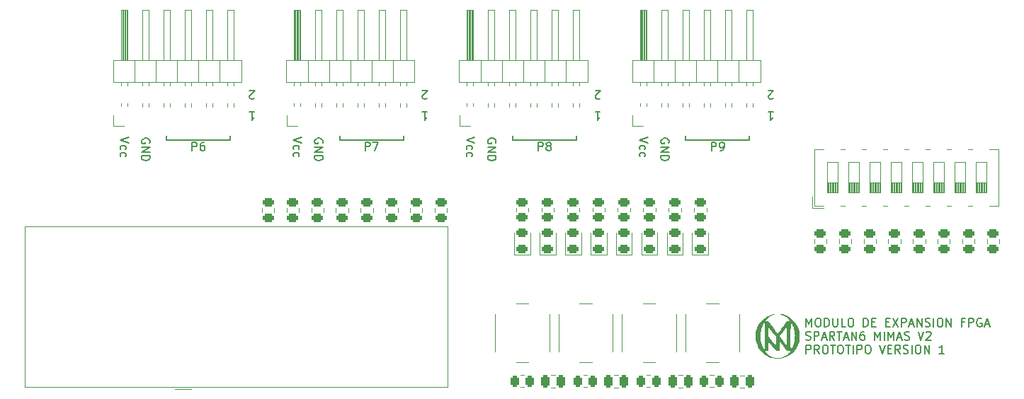
<source format=gto>
G04 #@! TF.GenerationSoftware,KiCad,Pcbnew,7.0.5*
G04 #@! TF.CreationDate,2023-07-12T21:58:56-04:00*
G04 #@! TF.ProjectId,modulo del FPGA THT,6d6f6475-6c6f-4206-9465-6c2046504741,rev?*
G04 #@! TF.SameCoordinates,Original*
G04 #@! TF.FileFunction,Legend,Top*
G04 #@! TF.FilePolarity,Positive*
%FSLAX46Y46*%
G04 Gerber Fmt 4.6, Leading zero omitted, Abs format (unit mm)*
G04 Created by KiCad (PCBNEW 7.0.5) date 2023-07-12 21:58:56*
%MOMM*%
%LPD*%
G01*
G04 APERTURE LIST*
G04 Aperture macros list*
%AMRoundRect*
0 Rectangle with rounded corners*
0 $1 Rounding radius*
0 $2 $3 $4 $5 $6 $7 $8 $9 X,Y pos of 4 corners*
0 Add a 4 corners polygon primitive as box body*
4,1,4,$2,$3,$4,$5,$6,$7,$8,$9,$2,$3,0*
0 Add four circle primitives for the rounded corners*
1,1,$1+$1,$2,$3*
1,1,$1+$1,$4,$5*
1,1,$1+$1,$6,$7*
1,1,$1+$1,$8,$9*
0 Add four rect primitives between the rounded corners*
20,1,$1+$1,$2,$3,$4,$5,0*
20,1,$1+$1,$4,$5,$6,$7,0*
20,1,$1+$1,$6,$7,$8,$9,0*
20,1,$1+$1,$8,$9,$2,$3,0*%
G04 Aperture macros list end*
%ADD10C,0.150000*%
%ADD11C,0.200000*%
%ADD12C,0.120000*%
%ADD13RoundRect,0.250000X-0.250000X-0.475000X0.250000X-0.475000X0.250000X0.475000X-0.250000X0.475000X0*%
%ADD14RoundRect,0.243750X0.456250X-0.243750X0.456250X0.243750X-0.456250X0.243750X-0.456250X-0.243750X0*%
%ADD15RoundRect,0.250000X-0.450000X0.262500X-0.450000X-0.262500X0.450000X-0.262500X0.450000X0.262500X0*%
%ADD16RoundRect,0.250000X-0.262500X-0.450000X0.262500X-0.450000X0.262500X0.450000X-0.262500X0.450000X0*%
%ADD17RoundRect,0.250000X0.450000X-0.262500X0.450000X0.262500X-0.450000X0.262500X-0.450000X-0.262500X0*%
%ADD18C,2.000000*%
%ADD19R,1.700000X1.700000*%
%ADD20O,1.700000X1.700000*%
%ADD21R,1.600000X1.600000*%
%ADD22O,1.600000X1.600000*%
%ADD23R,1.500000X1.500000*%
%ADD24C,1.500000*%
G04 APERTURE END LIST*
D10*
X104115000Y-56219286D02*
X104115000Y-56719286D01*
X124805000Y-56219286D02*
X124805000Y-56719286D01*
X104115000Y-56719286D02*
X111735000Y-56719286D01*
X111735000Y-56219286D02*
X111735000Y-56719286D01*
X62735000Y-56719286D02*
X70355000Y-56719286D01*
X91045000Y-56219286D02*
X91045000Y-56719286D01*
X70355000Y-56219286D02*
X70355000Y-56719286D01*
X83425000Y-56219286D02*
X83425000Y-56719286D01*
X124805000Y-56719286D02*
X132425000Y-56719286D01*
X132425000Y-56219286D02*
X132425000Y-56719286D01*
X83425000Y-56719286D02*
X91045000Y-56719286D01*
X62735000Y-56219286D02*
X62735000Y-56719286D01*
D11*
X60695161Y-57056190D02*
X60742780Y-56960952D01*
X60742780Y-56960952D02*
X60742780Y-56818095D01*
X60742780Y-56818095D02*
X60695161Y-56675238D01*
X60695161Y-56675238D02*
X60599923Y-56580000D01*
X60599923Y-56580000D02*
X60504685Y-56532381D01*
X60504685Y-56532381D02*
X60314209Y-56484762D01*
X60314209Y-56484762D02*
X60171352Y-56484762D01*
X60171352Y-56484762D02*
X59980876Y-56532381D01*
X59980876Y-56532381D02*
X59885638Y-56580000D01*
X59885638Y-56580000D02*
X59790400Y-56675238D01*
X59790400Y-56675238D02*
X59742780Y-56818095D01*
X59742780Y-56818095D02*
X59742780Y-56913333D01*
X59742780Y-56913333D02*
X59790400Y-57056190D01*
X59790400Y-57056190D02*
X59838019Y-57103809D01*
X59838019Y-57103809D02*
X60171352Y-57103809D01*
X60171352Y-57103809D02*
X60171352Y-56913333D01*
X59742780Y-57532381D02*
X60742780Y-57532381D01*
X60742780Y-57532381D02*
X59742780Y-58103809D01*
X59742780Y-58103809D02*
X60742780Y-58103809D01*
X59742780Y-58580000D02*
X60742780Y-58580000D01*
X60742780Y-58580000D02*
X60742780Y-58818095D01*
X60742780Y-58818095D02*
X60695161Y-58960952D01*
X60695161Y-58960952D02*
X60599923Y-59056190D01*
X60599923Y-59056190D02*
X60504685Y-59103809D01*
X60504685Y-59103809D02*
X60314209Y-59151428D01*
X60314209Y-59151428D02*
X60171352Y-59151428D01*
X60171352Y-59151428D02*
X59980876Y-59103809D01*
X59980876Y-59103809D02*
X59885638Y-59056190D01*
X59885638Y-59056190D02*
X59790400Y-58960952D01*
X59790400Y-58960952D02*
X59742780Y-58818095D01*
X59742780Y-58818095D02*
X59742780Y-58580000D01*
X65796905Y-57972219D02*
X65796905Y-56972219D01*
X65796905Y-56972219D02*
X66177857Y-56972219D01*
X66177857Y-56972219D02*
X66273095Y-57019838D01*
X66273095Y-57019838D02*
X66320714Y-57067457D01*
X66320714Y-57067457D02*
X66368333Y-57162695D01*
X66368333Y-57162695D02*
X66368333Y-57305552D01*
X66368333Y-57305552D02*
X66320714Y-57400790D01*
X66320714Y-57400790D02*
X66273095Y-57448409D01*
X66273095Y-57448409D02*
X66177857Y-57496028D01*
X66177857Y-57496028D02*
X65796905Y-57496028D01*
X67225476Y-56972219D02*
X67035000Y-56972219D01*
X67035000Y-56972219D02*
X66939762Y-57019838D01*
X66939762Y-57019838D02*
X66892143Y-57067457D01*
X66892143Y-57067457D02*
X66796905Y-57210314D01*
X66796905Y-57210314D02*
X66749286Y-57400790D01*
X66749286Y-57400790D02*
X66749286Y-57781742D01*
X66749286Y-57781742D02*
X66796905Y-57876980D01*
X66796905Y-57876980D02*
X66844524Y-57924600D01*
X66844524Y-57924600D02*
X66939762Y-57972219D01*
X66939762Y-57972219D02*
X67130238Y-57972219D01*
X67130238Y-57972219D02*
X67225476Y-57924600D01*
X67225476Y-57924600D02*
X67273095Y-57876980D01*
X67273095Y-57876980D02*
X67320714Y-57781742D01*
X67320714Y-57781742D02*
X67320714Y-57543647D01*
X67320714Y-57543647D02*
X67273095Y-57448409D01*
X67273095Y-57448409D02*
X67225476Y-57400790D01*
X67225476Y-57400790D02*
X67130238Y-57353171D01*
X67130238Y-57353171D02*
X66939762Y-57353171D01*
X66939762Y-57353171D02*
X66844524Y-57400790D01*
X66844524Y-57400790D02*
X66796905Y-57448409D01*
X66796905Y-57448409D02*
X66749286Y-57543647D01*
X78892780Y-56389524D02*
X77892780Y-56722857D01*
X77892780Y-56722857D02*
X78892780Y-57056190D01*
X77940400Y-57818095D02*
X77892780Y-57722857D01*
X77892780Y-57722857D02*
X77892780Y-57532381D01*
X77892780Y-57532381D02*
X77940400Y-57437143D01*
X77940400Y-57437143D02*
X77988019Y-57389524D01*
X77988019Y-57389524D02*
X78083257Y-57341905D01*
X78083257Y-57341905D02*
X78368971Y-57341905D01*
X78368971Y-57341905D02*
X78464209Y-57389524D01*
X78464209Y-57389524D02*
X78511828Y-57437143D01*
X78511828Y-57437143D02*
X78559447Y-57532381D01*
X78559447Y-57532381D02*
X78559447Y-57722857D01*
X78559447Y-57722857D02*
X78511828Y-57818095D01*
X77940400Y-58675238D02*
X77892780Y-58580000D01*
X77892780Y-58580000D02*
X77892780Y-58389524D01*
X77892780Y-58389524D02*
X77940400Y-58294286D01*
X77940400Y-58294286D02*
X77988019Y-58246667D01*
X77988019Y-58246667D02*
X78083257Y-58199048D01*
X78083257Y-58199048D02*
X78368971Y-58199048D01*
X78368971Y-58199048D02*
X78464209Y-58246667D01*
X78464209Y-58246667D02*
X78511828Y-58294286D01*
X78511828Y-58294286D02*
X78559447Y-58389524D01*
X78559447Y-58389524D02*
X78559447Y-58580000D01*
X78559447Y-58580000D02*
X78511828Y-58675238D01*
X102075161Y-57056190D02*
X102122780Y-56960952D01*
X102122780Y-56960952D02*
X102122780Y-56818095D01*
X102122780Y-56818095D02*
X102075161Y-56675238D01*
X102075161Y-56675238D02*
X101979923Y-56580000D01*
X101979923Y-56580000D02*
X101884685Y-56532381D01*
X101884685Y-56532381D02*
X101694209Y-56484762D01*
X101694209Y-56484762D02*
X101551352Y-56484762D01*
X101551352Y-56484762D02*
X101360876Y-56532381D01*
X101360876Y-56532381D02*
X101265638Y-56580000D01*
X101265638Y-56580000D02*
X101170400Y-56675238D01*
X101170400Y-56675238D02*
X101122780Y-56818095D01*
X101122780Y-56818095D02*
X101122780Y-56913333D01*
X101122780Y-56913333D02*
X101170400Y-57056190D01*
X101170400Y-57056190D02*
X101218019Y-57103809D01*
X101218019Y-57103809D02*
X101551352Y-57103809D01*
X101551352Y-57103809D02*
X101551352Y-56913333D01*
X101122780Y-57532381D02*
X102122780Y-57532381D01*
X102122780Y-57532381D02*
X101122780Y-58103809D01*
X101122780Y-58103809D02*
X102122780Y-58103809D01*
X101122780Y-58580000D02*
X102122780Y-58580000D01*
X102122780Y-58580000D02*
X102122780Y-58818095D01*
X102122780Y-58818095D02*
X102075161Y-58960952D01*
X102075161Y-58960952D02*
X101979923Y-59056190D01*
X101979923Y-59056190D02*
X101884685Y-59103809D01*
X101884685Y-59103809D02*
X101694209Y-59151428D01*
X101694209Y-59151428D02*
X101551352Y-59151428D01*
X101551352Y-59151428D02*
X101360876Y-59103809D01*
X101360876Y-59103809D02*
X101265638Y-59056190D01*
X101265638Y-59056190D02*
X101170400Y-58960952D01*
X101170400Y-58960952D02*
X101122780Y-58818095D01*
X101122780Y-58818095D02*
X101122780Y-58580000D01*
X81385161Y-57056190D02*
X81432780Y-56960952D01*
X81432780Y-56960952D02*
X81432780Y-56818095D01*
X81432780Y-56818095D02*
X81385161Y-56675238D01*
X81385161Y-56675238D02*
X81289923Y-56580000D01*
X81289923Y-56580000D02*
X81194685Y-56532381D01*
X81194685Y-56532381D02*
X81004209Y-56484762D01*
X81004209Y-56484762D02*
X80861352Y-56484762D01*
X80861352Y-56484762D02*
X80670876Y-56532381D01*
X80670876Y-56532381D02*
X80575638Y-56580000D01*
X80575638Y-56580000D02*
X80480400Y-56675238D01*
X80480400Y-56675238D02*
X80432780Y-56818095D01*
X80432780Y-56818095D02*
X80432780Y-56913333D01*
X80432780Y-56913333D02*
X80480400Y-57056190D01*
X80480400Y-57056190D02*
X80528019Y-57103809D01*
X80528019Y-57103809D02*
X80861352Y-57103809D01*
X80861352Y-57103809D02*
X80861352Y-56913333D01*
X80432780Y-57532381D02*
X81432780Y-57532381D01*
X81432780Y-57532381D02*
X80432780Y-58103809D01*
X80432780Y-58103809D02*
X81432780Y-58103809D01*
X80432780Y-58580000D02*
X81432780Y-58580000D01*
X81432780Y-58580000D02*
X81432780Y-58818095D01*
X81432780Y-58818095D02*
X81385161Y-58960952D01*
X81385161Y-58960952D02*
X81289923Y-59056190D01*
X81289923Y-59056190D02*
X81194685Y-59103809D01*
X81194685Y-59103809D02*
X81004209Y-59151428D01*
X81004209Y-59151428D02*
X80861352Y-59151428D01*
X80861352Y-59151428D02*
X80670876Y-59103809D01*
X80670876Y-59103809D02*
X80575638Y-59056190D01*
X80575638Y-59056190D02*
X80480400Y-58960952D01*
X80480400Y-58960952D02*
X80432780Y-58818095D01*
X80432780Y-58818095D02*
X80432780Y-58580000D01*
X113989285Y-53307780D02*
X114560713Y-53307780D01*
X114274999Y-53307780D02*
X114274999Y-54307780D01*
X114274999Y-54307780D02*
X114370237Y-54164923D01*
X114370237Y-54164923D02*
X114465475Y-54069685D01*
X114465475Y-54069685D02*
X114560713Y-54022066D01*
X86486905Y-57972219D02*
X86486905Y-56972219D01*
X86486905Y-56972219D02*
X86867857Y-56972219D01*
X86867857Y-56972219D02*
X86963095Y-57019838D01*
X86963095Y-57019838D02*
X87010714Y-57067457D01*
X87010714Y-57067457D02*
X87058333Y-57162695D01*
X87058333Y-57162695D02*
X87058333Y-57305552D01*
X87058333Y-57305552D02*
X87010714Y-57400790D01*
X87010714Y-57400790D02*
X86963095Y-57448409D01*
X86963095Y-57448409D02*
X86867857Y-57496028D01*
X86867857Y-57496028D02*
X86486905Y-57496028D01*
X87391667Y-56972219D02*
X88058333Y-56972219D01*
X88058333Y-56972219D02*
X87629762Y-57972219D01*
X135260713Y-51672542D02*
X135213094Y-51720161D01*
X135213094Y-51720161D02*
X135117856Y-51767780D01*
X135117856Y-51767780D02*
X134879761Y-51767780D01*
X134879761Y-51767780D02*
X134784523Y-51720161D01*
X134784523Y-51720161D02*
X134736904Y-51672542D01*
X134736904Y-51672542D02*
X134689285Y-51577304D01*
X134689285Y-51577304D02*
X134689285Y-51482066D01*
X134689285Y-51482066D02*
X134736904Y-51339209D01*
X134736904Y-51339209D02*
X135308332Y-50767780D01*
X135308332Y-50767780D02*
X134689285Y-50767780D01*
X114560713Y-51672542D02*
X114513094Y-51720161D01*
X114513094Y-51720161D02*
X114417856Y-51767780D01*
X114417856Y-51767780D02*
X114179761Y-51767780D01*
X114179761Y-51767780D02*
X114084523Y-51720161D01*
X114084523Y-51720161D02*
X114036904Y-51672542D01*
X114036904Y-51672542D02*
X113989285Y-51577304D01*
X113989285Y-51577304D02*
X113989285Y-51482066D01*
X113989285Y-51482066D02*
X114036904Y-51339209D01*
X114036904Y-51339209D02*
X114608332Y-50767780D01*
X114608332Y-50767780D02*
X113989285Y-50767780D01*
X107176905Y-57972219D02*
X107176905Y-56972219D01*
X107176905Y-56972219D02*
X107557857Y-56972219D01*
X107557857Y-56972219D02*
X107653095Y-57019838D01*
X107653095Y-57019838D02*
X107700714Y-57067457D01*
X107700714Y-57067457D02*
X107748333Y-57162695D01*
X107748333Y-57162695D02*
X107748333Y-57305552D01*
X107748333Y-57305552D02*
X107700714Y-57400790D01*
X107700714Y-57400790D02*
X107653095Y-57448409D01*
X107653095Y-57448409D02*
X107557857Y-57496028D01*
X107557857Y-57496028D02*
X107176905Y-57496028D01*
X108319762Y-57400790D02*
X108224524Y-57353171D01*
X108224524Y-57353171D02*
X108176905Y-57305552D01*
X108176905Y-57305552D02*
X108129286Y-57210314D01*
X108129286Y-57210314D02*
X108129286Y-57162695D01*
X108129286Y-57162695D02*
X108176905Y-57067457D01*
X108176905Y-57067457D02*
X108224524Y-57019838D01*
X108224524Y-57019838D02*
X108319762Y-56972219D01*
X108319762Y-56972219D02*
X108510238Y-56972219D01*
X108510238Y-56972219D02*
X108605476Y-57019838D01*
X108605476Y-57019838D02*
X108653095Y-57067457D01*
X108653095Y-57067457D02*
X108700714Y-57162695D01*
X108700714Y-57162695D02*
X108700714Y-57210314D01*
X108700714Y-57210314D02*
X108653095Y-57305552D01*
X108653095Y-57305552D02*
X108605476Y-57353171D01*
X108605476Y-57353171D02*
X108510238Y-57400790D01*
X108510238Y-57400790D02*
X108319762Y-57400790D01*
X108319762Y-57400790D02*
X108224524Y-57448409D01*
X108224524Y-57448409D02*
X108176905Y-57496028D01*
X108176905Y-57496028D02*
X108129286Y-57591266D01*
X108129286Y-57591266D02*
X108129286Y-57781742D01*
X108129286Y-57781742D02*
X108176905Y-57876980D01*
X108176905Y-57876980D02*
X108224524Y-57924600D01*
X108224524Y-57924600D02*
X108319762Y-57972219D01*
X108319762Y-57972219D02*
X108510238Y-57972219D01*
X108510238Y-57972219D02*
X108605476Y-57924600D01*
X108605476Y-57924600D02*
X108653095Y-57876980D01*
X108653095Y-57876980D02*
X108700714Y-57781742D01*
X108700714Y-57781742D02*
X108700714Y-57591266D01*
X108700714Y-57591266D02*
X108653095Y-57496028D01*
X108653095Y-57496028D02*
X108605476Y-57448409D01*
X108605476Y-57448409D02*
X108510238Y-57400790D01*
X73220713Y-51672542D02*
X73173094Y-51720161D01*
X73173094Y-51720161D02*
X73077856Y-51767780D01*
X73077856Y-51767780D02*
X72839761Y-51767780D01*
X72839761Y-51767780D02*
X72744523Y-51720161D01*
X72744523Y-51720161D02*
X72696904Y-51672542D01*
X72696904Y-51672542D02*
X72649285Y-51577304D01*
X72649285Y-51577304D02*
X72649285Y-51482066D01*
X72649285Y-51482066D02*
X72696904Y-51339209D01*
X72696904Y-51339209D02*
X73268332Y-50767780D01*
X73268332Y-50767780D02*
X72649285Y-50767780D01*
X134689285Y-53307780D02*
X135260713Y-53307780D01*
X134974999Y-53307780D02*
X134974999Y-54307780D01*
X134974999Y-54307780D02*
X135070237Y-54164923D01*
X135070237Y-54164923D02*
X135165475Y-54069685D01*
X135165475Y-54069685D02*
X135260713Y-54022066D01*
X120272780Y-56389524D02*
X119272780Y-56722857D01*
X119272780Y-56722857D02*
X120272780Y-57056190D01*
X119320400Y-57818095D02*
X119272780Y-57722857D01*
X119272780Y-57722857D02*
X119272780Y-57532381D01*
X119272780Y-57532381D02*
X119320400Y-57437143D01*
X119320400Y-57437143D02*
X119368019Y-57389524D01*
X119368019Y-57389524D02*
X119463257Y-57341905D01*
X119463257Y-57341905D02*
X119748971Y-57341905D01*
X119748971Y-57341905D02*
X119844209Y-57389524D01*
X119844209Y-57389524D02*
X119891828Y-57437143D01*
X119891828Y-57437143D02*
X119939447Y-57532381D01*
X119939447Y-57532381D02*
X119939447Y-57722857D01*
X119939447Y-57722857D02*
X119891828Y-57818095D01*
X119320400Y-58675238D02*
X119272780Y-58580000D01*
X119272780Y-58580000D02*
X119272780Y-58389524D01*
X119272780Y-58389524D02*
X119320400Y-58294286D01*
X119320400Y-58294286D02*
X119368019Y-58246667D01*
X119368019Y-58246667D02*
X119463257Y-58199048D01*
X119463257Y-58199048D02*
X119748971Y-58199048D01*
X119748971Y-58199048D02*
X119844209Y-58246667D01*
X119844209Y-58246667D02*
X119891828Y-58294286D01*
X119891828Y-58294286D02*
X119939447Y-58389524D01*
X119939447Y-58389524D02*
X119939447Y-58580000D01*
X119939447Y-58580000D02*
X119891828Y-58675238D01*
X139209673Y-79022219D02*
X139209673Y-78022219D01*
X139209673Y-78022219D02*
X139543006Y-78736504D01*
X139543006Y-78736504D02*
X139876339Y-78022219D01*
X139876339Y-78022219D02*
X139876339Y-79022219D01*
X140543006Y-78022219D02*
X140733482Y-78022219D01*
X140733482Y-78022219D02*
X140828720Y-78069838D01*
X140828720Y-78069838D02*
X140923958Y-78165076D01*
X140923958Y-78165076D02*
X140971577Y-78355552D01*
X140971577Y-78355552D02*
X140971577Y-78688885D01*
X140971577Y-78688885D02*
X140923958Y-78879361D01*
X140923958Y-78879361D02*
X140828720Y-78974600D01*
X140828720Y-78974600D02*
X140733482Y-79022219D01*
X140733482Y-79022219D02*
X140543006Y-79022219D01*
X140543006Y-79022219D02*
X140447768Y-78974600D01*
X140447768Y-78974600D02*
X140352530Y-78879361D01*
X140352530Y-78879361D02*
X140304911Y-78688885D01*
X140304911Y-78688885D02*
X140304911Y-78355552D01*
X140304911Y-78355552D02*
X140352530Y-78165076D01*
X140352530Y-78165076D02*
X140447768Y-78069838D01*
X140447768Y-78069838D02*
X140543006Y-78022219D01*
X141400149Y-79022219D02*
X141400149Y-78022219D01*
X141400149Y-78022219D02*
X141638244Y-78022219D01*
X141638244Y-78022219D02*
X141781101Y-78069838D01*
X141781101Y-78069838D02*
X141876339Y-78165076D01*
X141876339Y-78165076D02*
X141923958Y-78260314D01*
X141923958Y-78260314D02*
X141971577Y-78450790D01*
X141971577Y-78450790D02*
X141971577Y-78593647D01*
X141971577Y-78593647D02*
X141923958Y-78784123D01*
X141923958Y-78784123D02*
X141876339Y-78879361D01*
X141876339Y-78879361D02*
X141781101Y-78974600D01*
X141781101Y-78974600D02*
X141638244Y-79022219D01*
X141638244Y-79022219D02*
X141400149Y-79022219D01*
X142400149Y-78022219D02*
X142400149Y-78831742D01*
X142400149Y-78831742D02*
X142447768Y-78926980D01*
X142447768Y-78926980D02*
X142495387Y-78974600D01*
X142495387Y-78974600D02*
X142590625Y-79022219D01*
X142590625Y-79022219D02*
X142781101Y-79022219D01*
X142781101Y-79022219D02*
X142876339Y-78974600D01*
X142876339Y-78974600D02*
X142923958Y-78926980D01*
X142923958Y-78926980D02*
X142971577Y-78831742D01*
X142971577Y-78831742D02*
X142971577Y-78022219D01*
X143923958Y-79022219D02*
X143447768Y-79022219D01*
X143447768Y-79022219D02*
X143447768Y-78022219D01*
X144447768Y-78022219D02*
X144638244Y-78022219D01*
X144638244Y-78022219D02*
X144733482Y-78069838D01*
X144733482Y-78069838D02*
X144828720Y-78165076D01*
X144828720Y-78165076D02*
X144876339Y-78355552D01*
X144876339Y-78355552D02*
X144876339Y-78688885D01*
X144876339Y-78688885D02*
X144828720Y-78879361D01*
X144828720Y-78879361D02*
X144733482Y-78974600D01*
X144733482Y-78974600D02*
X144638244Y-79022219D01*
X144638244Y-79022219D02*
X144447768Y-79022219D01*
X144447768Y-79022219D02*
X144352530Y-78974600D01*
X144352530Y-78974600D02*
X144257292Y-78879361D01*
X144257292Y-78879361D02*
X144209673Y-78688885D01*
X144209673Y-78688885D02*
X144209673Y-78355552D01*
X144209673Y-78355552D02*
X144257292Y-78165076D01*
X144257292Y-78165076D02*
X144352530Y-78069838D01*
X144352530Y-78069838D02*
X144447768Y-78022219D01*
X146066816Y-79022219D02*
X146066816Y-78022219D01*
X146066816Y-78022219D02*
X146304911Y-78022219D01*
X146304911Y-78022219D02*
X146447768Y-78069838D01*
X146447768Y-78069838D02*
X146543006Y-78165076D01*
X146543006Y-78165076D02*
X146590625Y-78260314D01*
X146590625Y-78260314D02*
X146638244Y-78450790D01*
X146638244Y-78450790D02*
X146638244Y-78593647D01*
X146638244Y-78593647D02*
X146590625Y-78784123D01*
X146590625Y-78784123D02*
X146543006Y-78879361D01*
X146543006Y-78879361D02*
X146447768Y-78974600D01*
X146447768Y-78974600D02*
X146304911Y-79022219D01*
X146304911Y-79022219D02*
X146066816Y-79022219D01*
X147066816Y-78498409D02*
X147400149Y-78498409D01*
X147543006Y-79022219D02*
X147066816Y-79022219D01*
X147066816Y-79022219D02*
X147066816Y-78022219D01*
X147066816Y-78022219D02*
X147543006Y-78022219D01*
X148733483Y-78498409D02*
X149066816Y-78498409D01*
X149209673Y-79022219D02*
X148733483Y-79022219D01*
X148733483Y-79022219D02*
X148733483Y-78022219D01*
X148733483Y-78022219D02*
X149209673Y-78022219D01*
X149543007Y-78022219D02*
X150209673Y-79022219D01*
X150209673Y-78022219D02*
X149543007Y-79022219D01*
X150590626Y-79022219D02*
X150590626Y-78022219D01*
X150590626Y-78022219D02*
X150971578Y-78022219D01*
X150971578Y-78022219D02*
X151066816Y-78069838D01*
X151066816Y-78069838D02*
X151114435Y-78117457D01*
X151114435Y-78117457D02*
X151162054Y-78212695D01*
X151162054Y-78212695D02*
X151162054Y-78355552D01*
X151162054Y-78355552D02*
X151114435Y-78450790D01*
X151114435Y-78450790D02*
X151066816Y-78498409D01*
X151066816Y-78498409D02*
X150971578Y-78546028D01*
X150971578Y-78546028D02*
X150590626Y-78546028D01*
X151543007Y-78736504D02*
X152019197Y-78736504D01*
X151447769Y-79022219D02*
X151781102Y-78022219D01*
X151781102Y-78022219D02*
X152114435Y-79022219D01*
X152447769Y-79022219D02*
X152447769Y-78022219D01*
X152447769Y-78022219D02*
X153019197Y-79022219D01*
X153019197Y-79022219D02*
X153019197Y-78022219D01*
X153447769Y-78974600D02*
X153590626Y-79022219D01*
X153590626Y-79022219D02*
X153828721Y-79022219D01*
X153828721Y-79022219D02*
X153923959Y-78974600D01*
X153923959Y-78974600D02*
X153971578Y-78926980D01*
X153971578Y-78926980D02*
X154019197Y-78831742D01*
X154019197Y-78831742D02*
X154019197Y-78736504D01*
X154019197Y-78736504D02*
X153971578Y-78641266D01*
X153971578Y-78641266D02*
X153923959Y-78593647D01*
X153923959Y-78593647D02*
X153828721Y-78546028D01*
X153828721Y-78546028D02*
X153638245Y-78498409D01*
X153638245Y-78498409D02*
X153543007Y-78450790D01*
X153543007Y-78450790D02*
X153495388Y-78403171D01*
X153495388Y-78403171D02*
X153447769Y-78307933D01*
X153447769Y-78307933D02*
X153447769Y-78212695D01*
X153447769Y-78212695D02*
X153495388Y-78117457D01*
X153495388Y-78117457D02*
X153543007Y-78069838D01*
X153543007Y-78069838D02*
X153638245Y-78022219D01*
X153638245Y-78022219D02*
X153876340Y-78022219D01*
X153876340Y-78022219D02*
X154019197Y-78069838D01*
X154447769Y-79022219D02*
X154447769Y-78022219D01*
X155114435Y-78022219D02*
X155304911Y-78022219D01*
X155304911Y-78022219D02*
X155400149Y-78069838D01*
X155400149Y-78069838D02*
X155495387Y-78165076D01*
X155495387Y-78165076D02*
X155543006Y-78355552D01*
X155543006Y-78355552D02*
X155543006Y-78688885D01*
X155543006Y-78688885D02*
X155495387Y-78879361D01*
X155495387Y-78879361D02*
X155400149Y-78974600D01*
X155400149Y-78974600D02*
X155304911Y-79022219D01*
X155304911Y-79022219D02*
X155114435Y-79022219D01*
X155114435Y-79022219D02*
X155019197Y-78974600D01*
X155019197Y-78974600D02*
X154923959Y-78879361D01*
X154923959Y-78879361D02*
X154876340Y-78688885D01*
X154876340Y-78688885D02*
X154876340Y-78355552D01*
X154876340Y-78355552D02*
X154923959Y-78165076D01*
X154923959Y-78165076D02*
X155019197Y-78069838D01*
X155019197Y-78069838D02*
X155114435Y-78022219D01*
X155971578Y-79022219D02*
X155971578Y-78022219D01*
X155971578Y-78022219D02*
X156543006Y-79022219D01*
X156543006Y-79022219D02*
X156543006Y-78022219D01*
X158114435Y-78498409D02*
X157781102Y-78498409D01*
X157781102Y-79022219D02*
X157781102Y-78022219D01*
X157781102Y-78022219D02*
X158257292Y-78022219D01*
X158638245Y-79022219D02*
X158638245Y-78022219D01*
X158638245Y-78022219D02*
X159019197Y-78022219D01*
X159019197Y-78022219D02*
X159114435Y-78069838D01*
X159114435Y-78069838D02*
X159162054Y-78117457D01*
X159162054Y-78117457D02*
X159209673Y-78212695D01*
X159209673Y-78212695D02*
X159209673Y-78355552D01*
X159209673Y-78355552D02*
X159162054Y-78450790D01*
X159162054Y-78450790D02*
X159114435Y-78498409D01*
X159114435Y-78498409D02*
X159019197Y-78546028D01*
X159019197Y-78546028D02*
X158638245Y-78546028D01*
X160162054Y-78069838D02*
X160066816Y-78022219D01*
X160066816Y-78022219D02*
X159923959Y-78022219D01*
X159923959Y-78022219D02*
X159781102Y-78069838D01*
X159781102Y-78069838D02*
X159685864Y-78165076D01*
X159685864Y-78165076D02*
X159638245Y-78260314D01*
X159638245Y-78260314D02*
X159590626Y-78450790D01*
X159590626Y-78450790D02*
X159590626Y-78593647D01*
X159590626Y-78593647D02*
X159638245Y-78784123D01*
X159638245Y-78784123D02*
X159685864Y-78879361D01*
X159685864Y-78879361D02*
X159781102Y-78974600D01*
X159781102Y-78974600D02*
X159923959Y-79022219D01*
X159923959Y-79022219D02*
X160019197Y-79022219D01*
X160019197Y-79022219D02*
X160162054Y-78974600D01*
X160162054Y-78974600D02*
X160209673Y-78926980D01*
X160209673Y-78926980D02*
X160209673Y-78593647D01*
X160209673Y-78593647D02*
X160019197Y-78593647D01*
X160590626Y-78736504D02*
X161066816Y-78736504D01*
X160495388Y-79022219D02*
X160828721Y-78022219D01*
X160828721Y-78022219D02*
X161162054Y-79022219D01*
X139162054Y-80584600D02*
X139304911Y-80632219D01*
X139304911Y-80632219D02*
X139543006Y-80632219D01*
X139543006Y-80632219D02*
X139638244Y-80584600D01*
X139638244Y-80584600D02*
X139685863Y-80536980D01*
X139685863Y-80536980D02*
X139733482Y-80441742D01*
X139733482Y-80441742D02*
X139733482Y-80346504D01*
X139733482Y-80346504D02*
X139685863Y-80251266D01*
X139685863Y-80251266D02*
X139638244Y-80203647D01*
X139638244Y-80203647D02*
X139543006Y-80156028D01*
X139543006Y-80156028D02*
X139352530Y-80108409D01*
X139352530Y-80108409D02*
X139257292Y-80060790D01*
X139257292Y-80060790D02*
X139209673Y-80013171D01*
X139209673Y-80013171D02*
X139162054Y-79917933D01*
X139162054Y-79917933D02*
X139162054Y-79822695D01*
X139162054Y-79822695D02*
X139209673Y-79727457D01*
X139209673Y-79727457D02*
X139257292Y-79679838D01*
X139257292Y-79679838D02*
X139352530Y-79632219D01*
X139352530Y-79632219D02*
X139590625Y-79632219D01*
X139590625Y-79632219D02*
X139733482Y-79679838D01*
X140162054Y-80632219D02*
X140162054Y-79632219D01*
X140162054Y-79632219D02*
X140543006Y-79632219D01*
X140543006Y-79632219D02*
X140638244Y-79679838D01*
X140638244Y-79679838D02*
X140685863Y-79727457D01*
X140685863Y-79727457D02*
X140733482Y-79822695D01*
X140733482Y-79822695D02*
X140733482Y-79965552D01*
X140733482Y-79965552D02*
X140685863Y-80060790D01*
X140685863Y-80060790D02*
X140638244Y-80108409D01*
X140638244Y-80108409D02*
X140543006Y-80156028D01*
X140543006Y-80156028D02*
X140162054Y-80156028D01*
X141114435Y-80346504D02*
X141590625Y-80346504D01*
X141019197Y-80632219D02*
X141352530Y-79632219D01*
X141352530Y-79632219D02*
X141685863Y-80632219D01*
X142590625Y-80632219D02*
X142257292Y-80156028D01*
X142019197Y-80632219D02*
X142019197Y-79632219D01*
X142019197Y-79632219D02*
X142400149Y-79632219D01*
X142400149Y-79632219D02*
X142495387Y-79679838D01*
X142495387Y-79679838D02*
X142543006Y-79727457D01*
X142543006Y-79727457D02*
X142590625Y-79822695D01*
X142590625Y-79822695D02*
X142590625Y-79965552D01*
X142590625Y-79965552D02*
X142543006Y-80060790D01*
X142543006Y-80060790D02*
X142495387Y-80108409D01*
X142495387Y-80108409D02*
X142400149Y-80156028D01*
X142400149Y-80156028D02*
X142019197Y-80156028D01*
X142876340Y-79632219D02*
X143447768Y-79632219D01*
X143162054Y-80632219D02*
X143162054Y-79632219D01*
X143733483Y-80346504D02*
X144209673Y-80346504D01*
X143638245Y-80632219D02*
X143971578Y-79632219D01*
X143971578Y-79632219D02*
X144304911Y-80632219D01*
X144638245Y-80632219D02*
X144638245Y-79632219D01*
X144638245Y-79632219D02*
X145209673Y-80632219D01*
X145209673Y-80632219D02*
X145209673Y-79632219D01*
X146114435Y-79632219D02*
X145923959Y-79632219D01*
X145923959Y-79632219D02*
X145828721Y-79679838D01*
X145828721Y-79679838D02*
X145781102Y-79727457D01*
X145781102Y-79727457D02*
X145685864Y-79870314D01*
X145685864Y-79870314D02*
X145638245Y-80060790D01*
X145638245Y-80060790D02*
X145638245Y-80441742D01*
X145638245Y-80441742D02*
X145685864Y-80536980D01*
X145685864Y-80536980D02*
X145733483Y-80584600D01*
X145733483Y-80584600D02*
X145828721Y-80632219D01*
X145828721Y-80632219D02*
X146019197Y-80632219D01*
X146019197Y-80632219D02*
X146114435Y-80584600D01*
X146114435Y-80584600D02*
X146162054Y-80536980D01*
X146162054Y-80536980D02*
X146209673Y-80441742D01*
X146209673Y-80441742D02*
X146209673Y-80203647D01*
X146209673Y-80203647D02*
X146162054Y-80108409D01*
X146162054Y-80108409D02*
X146114435Y-80060790D01*
X146114435Y-80060790D02*
X146019197Y-80013171D01*
X146019197Y-80013171D02*
X145828721Y-80013171D01*
X145828721Y-80013171D02*
X145733483Y-80060790D01*
X145733483Y-80060790D02*
X145685864Y-80108409D01*
X145685864Y-80108409D02*
X145638245Y-80203647D01*
X147400150Y-80632219D02*
X147400150Y-79632219D01*
X147400150Y-79632219D02*
X147733483Y-80346504D01*
X147733483Y-80346504D02*
X148066816Y-79632219D01*
X148066816Y-79632219D02*
X148066816Y-80632219D01*
X148543007Y-80632219D02*
X148543007Y-79632219D01*
X149019197Y-80632219D02*
X149019197Y-79632219D01*
X149019197Y-79632219D02*
X149352530Y-80346504D01*
X149352530Y-80346504D02*
X149685863Y-79632219D01*
X149685863Y-79632219D02*
X149685863Y-80632219D01*
X150114435Y-80346504D02*
X150590625Y-80346504D01*
X150019197Y-80632219D02*
X150352530Y-79632219D01*
X150352530Y-79632219D02*
X150685863Y-80632219D01*
X150971578Y-80584600D02*
X151114435Y-80632219D01*
X151114435Y-80632219D02*
X151352530Y-80632219D01*
X151352530Y-80632219D02*
X151447768Y-80584600D01*
X151447768Y-80584600D02*
X151495387Y-80536980D01*
X151495387Y-80536980D02*
X151543006Y-80441742D01*
X151543006Y-80441742D02*
X151543006Y-80346504D01*
X151543006Y-80346504D02*
X151495387Y-80251266D01*
X151495387Y-80251266D02*
X151447768Y-80203647D01*
X151447768Y-80203647D02*
X151352530Y-80156028D01*
X151352530Y-80156028D02*
X151162054Y-80108409D01*
X151162054Y-80108409D02*
X151066816Y-80060790D01*
X151066816Y-80060790D02*
X151019197Y-80013171D01*
X151019197Y-80013171D02*
X150971578Y-79917933D01*
X150971578Y-79917933D02*
X150971578Y-79822695D01*
X150971578Y-79822695D02*
X151019197Y-79727457D01*
X151019197Y-79727457D02*
X151066816Y-79679838D01*
X151066816Y-79679838D02*
X151162054Y-79632219D01*
X151162054Y-79632219D02*
X151400149Y-79632219D01*
X151400149Y-79632219D02*
X151543006Y-79679838D01*
X152590626Y-79632219D02*
X152923959Y-80632219D01*
X152923959Y-80632219D02*
X153257292Y-79632219D01*
X153543007Y-79727457D02*
X153590626Y-79679838D01*
X153590626Y-79679838D02*
X153685864Y-79632219D01*
X153685864Y-79632219D02*
X153923959Y-79632219D01*
X153923959Y-79632219D02*
X154019197Y-79679838D01*
X154019197Y-79679838D02*
X154066816Y-79727457D01*
X154066816Y-79727457D02*
X154114435Y-79822695D01*
X154114435Y-79822695D02*
X154114435Y-79917933D01*
X154114435Y-79917933D02*
X154066816Y-80060790D01*
X154066816Y-80060790D02*
X153495388Y-80632219D01*
X153495388Y-80632219D02*
X154114435Y-80632219D01*
X139209673Y-82242219D02*
X139209673Y-81242219D01*
X139209673Y-81242219D02*
X139590625Y-81242219D01*
X139590625Y-81242219D02*
X139685863Y-81289838D01*
X139685863Y-81289838D02*
X139733482Y-81337457D01*
X139733482Y-81337457D02*
X139781101Y-81432695D01*
X139781101Y-81432695D02*
X139781101Y-81575552D01*
X139781101Y-81575552D02*
X139733482Y-81670790D01*
X139733482Y-81670790D02*
X139685863Y-81718409D01*
X139685863Y-81718409D02*
X139590625Y-81766028D01*
X139590625Y-81766028D02*
X139209673Y-81766028D01*
X140781101Y-82242219D02*
X140447768Y-81766028D01*
X140209673Y-82242219D02*
X140209673Y-81242219D01*
X140209673Y-81242219D02*
X140590625Y-81242219D01*
X140590625Y-81242219D02*
X140685863Y-81289838D01*
X140685863Y-81289838D02*
X140733482Y-81337457D01*
X140733482Y-81337457D02*
X140781101Y-81432695D01*
X140781101Y-81432695D02*
X140781101Y-81575552D01*
X140781101Y-81575552D02*
X140733482Y-81670790D01*
X140733482Y-81670790D02*
X140685863Y-81718409D01*
X140685863Y-81718409D02*
X140590625Y-81766028D01*
X140590625Y-81766028D02*
X140209673Y-81766028D01*
X141400149Y-81242219D02*
X141590625Y-81242219D01*
X141590625Y-81242219D02*
X141685863Y-81289838D01*
X141685863Y-81289838D02*
X141781101Y-81385076D01*
X141781101Y-81385076D02*
X141828720Y-81575552D01*
X141828720Y-81575552D02*
X141828720Y-81908885D01*
X141828720Y-81908885D02*
X141781101Y-82099361D01*
X141781101Y-82099361D02*
X141685863Y-82194600D01*
X141685863Y-82194600D02*
X141590625Y-82242219D01*
X141590625Y-82242219D02*
X141400149Y-82242219D01*
X141400149Y-82242219D02*
X141304911Y-82194600D01*
X141304911Y-82194600D02*
X141209673Y-82099361D01*
X141209673Y-82099361D02*
X141162054Y-81908885D01*
X141162054Y-81908885D02*
X141162054Y-81575552D01*
X141162054Y-81575552D02*
X141209673Y-81385076D01*
X141209673Y-81385076D02*
X141304911Y-81289838D01*
X141304911Y-81289838D02*
X141400149Y-81242219D01*
X142114435Y-81242219D02*
X142685863Y-81242219D01*
X142400149Y-82242219D02*
X142400149Y-81242219D01*
X143209673Y-81242219D02*
X143400149Y-81242219D01*
X143400149Y-81242219D02*
X143495387Y-81289838D01*
X143495387Y-81289838D02*
X143590625Y-81385076D01*
X143590625Y-81385076D02*
X143638244Y-81575552D01*
X143638244Y-81575552D02*
X143638244Y-81908885D01*
X143638244Y-81908885D02*
X143590625Y-82099361D01*
X143590625Y-82099361D02*
X143495387Y-82194600D01*
X143495387Y-82194600D02*
X143400149Y-82242219D01*
X143400149Y-82242219D02*
X143209673Y-82242219D01*
X143209673Y-82242219D02*
X143114435Y-82194600D01*
X143114435Y-82194600D02*
X143019197Y-82099361D01*
X143019197Y-82099361D02*
X142971578Y-81908885D01*
X142971578Y-81908885D02*
X142971578Y-81575552D01*
X142971578Y-81575552D02*
X143019197Y-81385076D01*
X143019197Y-81385076D02*
X143114435Y-81289838D01*
X143114435Y-81289838D02*
X143209673Y-81242219D01*
X143923959Y-81242219D02*
X144495387Y-81242219D01*
X144209673Y-82242219D02*
X144209673Y-81242219D01*
X144828721Y-82242219D02*
X144828721Y-81242219D01*
X145304911Y-82242219D02*
X145304911Y-81242219D01*
X145304911Y-81242219D02*
X145685863Y-81242219D01*
X145685863Y-81242219D02*
X145781101Y-81289838D01*
X145781101Y-81289838D02*
X145828720Y-81337457D01*
X145828720Y-81337457D02*
X145876339Y-81432695D01*
X145876339Y-81432695D02*
X145876339Y-81575552D01*
X145876339Y-81575552D02*
X145828720Y-81670790D01*
X145828720Y-81670790D02*
X145781101Y-81718409D01*
X145781101Y-81718409D02*
X145685863Y-81766028D01*
X145685863Y-81766028D02*
X145304911Y-81766028D01*
X146495387Y-81242219D02*
X146685863Y-81242219D01*
X146685863Y-81242219D02*
X146781101Y-81289838D01*
X146781101Y-81289838D02*
X146876339Y-81385076D01*
X146876339Y-81385076D02*
X146923958Y-81575552D01*
X146923958Y-81575552D02*
X146923958Y-81908885D01*
X146923958Y-81908885D02*
X146876339Y-82099361D01*
X146876339Y-82099361D02*
X146781101Y-82194600D01*
X146781101Y-82194600D02*
X146685863Y-82242219D01*
X146685863Y-82242219D02*
X146495387Y-82242219D01*
X146495387Y-82242219D02*
X146400149Y-82194600D01*
X146400149Y-82194600D02*
X146304911Y-82099361D01*
X146304911Y-82099361D02*
X146257292Y-81908885D01*
X146257292Y-81908885D02*
X146257292Y-81575552D01*
X146257292Y-81575552D02*
X146304911Y-81385076D01*
X146304911Y-81385076D02*
X146400149Y-81289838D01*
X146400149Y-81289838D02*
X146495387Y-81242219D01*
X147971578Y-81242219D02*
X148304911Y-82242219D01*
X148304911Y-82242219D02*
X148638244Y-81242219D01*
X148971578Y-81718409D02*
X149304911Y-81718409D01*
X149447768Y-82242219D02*
X148971578Y-82242219D01*
X148971578Y-82242219D02*
X148971578Y-81242219D01*
X148971578Y-81242219D02*
X149447768Y-81242219D01*
X150447768Y-82242219D02*
X150114435Y-81766028D01*
X149876340Y-82242219D02*
X149876340Y-81242219D01*
X149876340Y-81242219D02*
X150257292Y-81242219D01*
X150257292Y-81242219D02*
X150352530Y-81289838D01*
X150352530Y-81289838D02*
X150400149Y-81337457D01*
X150400149Y-81337457D02*
X150447768Y-81432695D01*
X150447768Y-81432695D02*
X150447768Y-81575552D01*
X150447768Y-81575552D02*
X150400149Y-81670790D01*
X150400149Y-81670790D02*
X150352530Y-81718409D01*
X150352530Y-81718409D02*
X150257292Y-81766028D01*
X150257292Y-81766028D02*
X149876340Y-81766028D01*
X150828721Y-82194600D02*
X150971578Y-82242219D01*
X150971578Y-82242219D02*
X151209673Y-82242219D01*
X151209673Y-82242219D02*
X151304911Y-82194600D01*
X151304911Y-82194600D02*
X151352530Y-82146980D01*
X151352530Y-82146980D02*
X151400149Y-82051742D01*
X151400149Y-82051742D02*
X151400149Y-81956504D01*
X151400149Y-81956504D02*
X151352530Y-81861266D01*
X151352530Y-81861266D02*
X151304911Y-81813647D01*
X151304911Y-81813647D02*
X151209673Y-81766028D01*
X151209673Y-81766028D02*
X151019197Y-81718409D01*
X151019197Y-81718409D02*
X150923959Y-81670790D01*
X150923959Y-81670790D02*
X150876340Y-81623171D01*
X150876340Y-81623171D02*
X150828721Y-81527933D01*
X150828721Y-81527933D02*
X150828721Y-81432695D01*
X150828721Y-81432695D02*
X150876340Y-81337457D01*
X150876340Y-81337457D02*
X150923959Y-81289838D01*
X150923959Y-81289838D02*
X151019197Y-81242219D01*
X151019197Y-81242219D02*
X151257292Y-81242219D01*
X151257292Y-81242219D02*
X151400149Y-81289838D01*
X151828721Y-82242219D02*
X151828721Y-81242219D01*
X152495387Y-81242219D02*
X152685863Y-81242219D01*
X152685863Y-81242219D02*
X152781101Y-81289838D01*
X152781101Y-81289838D02*
X152876339Y-81385076D01*
X152876339Y-81385076D02*
X152923958Y-81575552D01*
X152923958Y-81575552D02*
X152923958Y-81908885D01*
X152923958Y-81908885D02*
X152876339Y-82099361D01*
X152876339Y-82099361D02*
X152781101Y-82194600D01*
X152781101Y-82194600D02*
X152685863Y-82242219D01*
X152685863Y-82242219D02*
X152495387Y-82242219D01*
X152495387Y-82242219D02*
X152400149Y-82194600D01*
X152400149Y-82194600D02*
X152304911Y-82099361D01*
X152304911Y-82099361D02*
X152257292Y-81908885D01*
X152257292Y-81908885D02*
X152257292Y-81575552D01*
X152257292Y-81575552D02*
X152304911Y-81385076D01*
X152304911Y-81385076D02*
X152400149Y-81289838D01*
X152400149Y-81289838D02*
X152495387Y-81242219D01*
X153352530Y-82242219D02*
X153352530Y-81242219D01*
X153352530Y-81242219D02*
X153923958Y-82242219D01*
X153923958Y-82242219D02*
X153923958Y-81242219D01*
X155685863Y-82242219D02*
X155114435Y-82242219D01*
X155400149Y-82242219D02*
X155400149Y-81242219D01*
X155400149Y-81242219D02*
X155304911Y-81385076D01*
X155304911Y-81385076D02*
X155209673Y-81480314D01*
X155209673Y-81480314D02*
X155114435Y-81527933D01*
X93880713Y-51672542D02*
X93833094Y-51720161D01*
X93833094Y-51720161D02*
X93737856Y-51767780D01*
X93737856Y-51767780D02*
X93499761Y-51767780D01*
X93499761Y-51767780D02*
X93404523Y-51720161D01*
X93404523Y-51720161D02*
X93356904Y-51672542D01*
X93356904Y-51672542D02*
X93309285Y-51577304D01*
X93309285Y-51577304D02*
X93309285Y-51482066D01*
X93309285Y-51482066D02*
X93356904Y-51339209D01*
X93356904Y-51339209D02*
X93928332Y-50767780D01*
X93928332Y-50767780D02*
X93309285Y-50767780D01*
X122765161Y-57056190D02*
X122812780Y-56960952D01*
X122812780Y-56960952D02*
X122812780Y-56818095D01*
X122812780Y-56818095D02*
X122765161Y-56675238D01*
X122765161Y-56675238D02*
X122669923Y-56580000D01*
X122669923Y-56580000D02*
X122574685Y-56532381D01*
X122574685Y-56532381D02*
X122384209Y-56484762D01*
X122384209Y-56484762D02*
X122241352Y-56484762D01*
X122241352Y-56484762D02*
X122050876Y-56532381D01*
X122050876Y-56532381D02*
X121955638Y-56580000D01*
X121955638Y-56580000D02*
X121860400Y-56675238D01*
X121860400Y-56675238D02*
X121812780Y-56818095D01*
X121812780Y-56818095D02*
X121812780Y-56913333D01*
X121812780Y-56913333D02*
X121860400Y-57056190D01*
X121860400Y-57056190D02*
X121908019Y-57103809D01*
X121908019Y-57103809D02*
X122241352Y-57103809D01*
X122241352Y-57103809D02*
X122241352Y-56913333D01*
X121812780Y-57532381D02*
X122812780Y-57532381D01*
X122812780Y-57532381D02*
X121812780Y-58103809D01*
X121812780Y-58103809D02*
X122812780Y-58103809D01*
X121812780Y-58580000D02*
X122812780Y-58580000D01*
X122812780Y-58580000D02*
X122812780Y-58818095D01*
X122812780Y-58818095D02*
X122765161Y-58960952D01*
X122765161Y-58960952D02*
X122669923Y-59056190D01*
X122669923Y-59056190D02*
X122574685Y-59103809D01*
X122574685Y-59103809D02*
X122384209Y-59151428D01*
X122384209Y-59151428D02*
X122241352Y-59151428D01*
X122241352Y-59151428D02*
X122050876Y-59103809D01*
X122050876Y-59103809D02*
X121955638Y-59056190D01*
X121955638Y-59056190D02*
X121860400Y-58960952D01*
X121860400Y-58960952D02*
X121812780Y-58818095D01*
X121812780Y-58818095D02*
X121812780Y-58580000D01*
X58202780Y-56389524D02*
X57202780Y-56722857D01*
X57202780Y-56722857D02*
X58202780Y-57056190D01*
X57250400Y-57818095D02*
X57202780Y-57722857D01*
X57202780Y-57722857D02*
X57202780Y-57532381D01*
X57202780Y-57532381D02*
X57250400Y-57437143D01*
X57250400Y-57437143D02*
X57298019Y-57389524D01*
X57298019Y-57389524D02*
X57393257Y-57341905D01*
X57393257Y-57341905D02*
X57678971Y-57341905D01*
X57678971Y-57341905D02*
X57774209Y-57389524D01*
X57774209Y-57389524D02*
X57821828Y-57437143D01*
X57821828Y-57437143D02*
X57869447Y-57532381D01*
X57869447Y-57532381D02*
X57869447Y-57722857D01*
X57869447Y-57722857D02*
X57821828Y-57818095D01*
X57250400Y-58675238D02*
X57202780Y-58580000D01*
X57202780Y-58580000D02*
X57202780Y-58389524D01*
X57202780Y-58389524D02*
X57250400Y-58294286D01*
X57250400Y-58294286D02*
X57298019Y-58246667D01*
X57298019Y-58246667D02*
X57393257Y-58199048D01*
X57393257Y-58199048D02*
X57678971Y-58199048D01*
X57678971Y-58199048D02*
X57774209Y-58246667D01*
X57774209Y-58246667D02*
X57821828Y-58294286D01*
X57821828Y-58294286D02*
X57869447Y-58389524D01*
X57869447Y-58389524D02*
X57869447Y-58580000D01*
X57869447Y-58580000D02*
X57821828Y-58675238D01*
X72649285Y-53307780D02*
X73220713Y-53307780D01*
X72934999Y-53307780D02*
X72934999Y-54307780D01*
X72934999Y-54307780D02*
X73030237Y-54164923D01*
X73030237Y-54164923D02*
X73125475Y-54069685D01*
X73125475Y-54069685D02*
X73220713Y-54022066D01*
X99582780Y-56389524D02*
X98582780Y-56722857D01*
X98582780Y-56722857D02*
X99582780Y-57056190D01*
X98630400Y-57818095D02*
X98582780Y-57722857D01*
X98582780Y-57722857D02*
X98582780Y-57532381D01*
X98582780Y-57532381D02*
X98630400Y-57437143D01*
X98630400Y-57437143D02*
X98678019Y-57389524D01*
X98678019Y-57389524D02*
X98773257Y-57341905D01*
X98773257Y-57341905D02*
X99058971Y-57341905D01*
X99058971Y-57341905D02*
X99154209Y-57389524D01*
X99154209Y-57389524D02*
X99201828Y-57437143D01*
X99201828Y-57437143D02*
X99249447Y-57532381D01*
X99249447Y-57532381D02*
X99249447Y-57722857D01*
X99249447Y-57722857D02*
X99201828Y-57818095D01*
X98630400Y-58675238D02*
X98582780Y-58580000D01*
X98582780Y-58580000D02*
X98582780Y-58389524D01*
X98582780Y-58389524D02*
X98630400Y-58294286D01*
X98630400Y-58294286D02*
X98678019Y-58246667D01*
X98678019Y-58246667D02*
X98773257Y-58199048D01*
X98773257Y-58199048D02*
X99058971Y-58199048D01*
X99058971Y-58199048D02*
X99154209Y-58246667D01*
X99154209Y-58246667D02*
X99201828Y-58294286D01*
X99201828Y-58294286D02*
X99249447Y-58389524D01*
X99249447Y-58389524D02*
X99249447Y-58580000D01*
X99249447Y-58580000D02*
X99201828Y-58675238D01*
X93309285Y-53307780D02*
X93880713Y-53307780D01*
X93594999Y-53307780D02*
X93594999Y-54307780D01*
X93594999Y-54307780D02*
X93690237Y-54164923D01*
X93690237Y-54164923D02*
X93785475Y-54069685D01*
X93785475Y-54069685D02*
X93880713Y-54022066D01*
X127866905Y-57972219D02*
X127866905Y-56972219D01*
X127866905Y-56972219D02*
X128247857Y-56972219D01*
X128247857Y-56972219D02*
X128343095Y-57019838D01*
X128343095Y-57019838D02*
X128390714Y-57067457D01*
X128390714Y-57067457D02*
X128438333Y-57162695D01*
X128438333Y-57162695D02*
X128438333Y-57305552D01*
X128438333Y-57305552D02*
X128390714Y-57400790D01*
X128390714Y-57400790D02*
X128343095Y-57448409D01*
X128343095Y-57448409D02*
X128247857Y-57496028D01*
X128247857Y-57496028D02*
X127866905Y-57496028D01*
X128914524Y-57972219D02*
X129105000Y-57972219D01*
X129105000Y-57972219D02*
X129200238Y-57924600D01*
X129200238Y-57924600D02*
X129247857Y-57876980D01*
X129247857Y-57876980D02*
X129343095Y-57734123D01*
X129343095Y-57734123D02*
X129390714Y-57543647D01*
X129390714Y-57543647D02*
X129390714Y-57162695D01*
X129390714Y-57162695D02*
X129343095Y-57067457D01*
X129343095Y-57067457D02*
X129295476Y-57019838D01*
X129295476Y-57019838D02*
X129200238Y-56972219D01*
X129200238Y-56972219D02*
X129009762Y-56972219D01*
X129009762Y-56972219D02*
X128914524Y-57019838D01*
X128914524Y-57019838D02*
X128866905Y-57067457D01*
X128866905Y-57067457D02*
X128819286Y-57162695D01*
X128819286Y-57162695D02*
X128819286Y-57400790D01*
X128819286Y-57400790D02*
X128866905Y-57496028D01*
X128866905Y-57496028D02*
X128914524Y-57543647D01*
X128914524Y-57543647D02*
X129009762Y-57591266D01*
X129009762Y-57591266D02*
X129200238Y-57591266D01*
X129200238Y-57591266D02*
X129295476Y-57543647D01*
X129295476Y-57543647D02*
X129343095Y-57496028D01*
X129343095Y-57496028D02*
X129390714Y-57400790D01*
D12*
X131278748Y-84855000D02*
X131801252Y-84855000D01*
X131278748Y-86325000D02*
X131801252Y-86325000D01*
X122540000Y-70447500D02*
X124460000Y-70447500D01*
X124460000Y-70447500D02*
X124460000Y-67762500D01*
X122540000Y-67762500D02*
X122540000Y-70447500D01*
X127275000Y-64802936D02*
X127275000Y-65257064D01*
X125805000Y-64802936D02*
X125805000Y-65257064D01*
X110380000Y-70447500D02*
X112300000Y-70447500D01*
X112300000Y-70447500D02*
X112300000Y-67762500D01*
X110380000Y-67762500D02*
X110380000Y-70447500D01*
X105017936Y-84795000D02*
X105472064Y-84795000D01*
X105017936Y-86265000D02*
X105472064Y-86265000D01*
X84460000Y-64850436D02*
X84460000Y-65304564D01*
X82990000Y-64850436D02*
X82990000Y-65304564D01*
X143120000Y-69029564D02*
X143120000Y-68575436D01*
X144590000Y-69029564D02*
X144590000Y-68575436D01*
X113420000Y-70447500D02*
X115340000Y-70447500D01*
X115340000Y-70447500D02*
X115340000Y-67762500D01*
X113420000Y-67762500D02*
X113420000Y-70447500D01*
X127677936Y-84795000D02*
X128132064Y-84795000D01*
X127677936Y-86265000D02*
X128132064Y-86265000D01*
X149020000Y-69029564D02*
X149020000Y-68575436D01*
X150490000Y-69029564D02*
X150490000Y-68575436D01*
X104505000Y-83260000D02*
X106005000Y-83260000D01*
X108505000Y-82010000D02*
X108505000Y-77510000D01*
X102005000Y-77510000D02*
X102005000Y-82010000D01*
X106005000Y-76260000D02*
X104505000Y-76260000D01*
X116238748Y-84825000D02*
X116761252Y-84825000D01*
X116238748Y-86295000D02*
X116761252Y-86295000D01*
X108678748Y-84835000D02*
X109201252Y-84835000D01*
X108678748Y-86305000D02*
X109201252Y-86305000D01*
X140170000Y-69029564D02*
X140170000Y-68575436D01*
X141640000Y-69029564D02*
X141640000Y-68575436D01*
X90360000Y-64850436D02*
X90360000Y-65304564D01*
X88890000Y-64850436D02*
X88890000Y-65304564D01*
X157870000Y-69029564D02*
X157870000Y-68575436D01*
X159340000Y-69029564D02*
X159340000Y-68575436D01*
X118455000Y-55030000D02*
X118455000Y-53760000D01*
X119725000Y-55030000D02*
X118455000Y-55030000D01*
X121885000Y-52717071D02*
X121885000Y-52262929D01*
X122645000Y-52717071D02*
X122645000Y-52262929D01*
X124425000Y-52717071D02*
X124425000Y-52262929D01*
X125185000Y-52717071D02*
X125185000Y-52262929D01*
X126965000Y-52717071D02*
X126965000Y-52262929D01*
X127725000Y-52717071D02*
X127725000Y-52262929D01*
X129505000Y-52717071D02*
X129505000Y-52262929D01*
X130265000Y-52717071D02*
X130265000Y-52262929D01*
X132045000Y-52717071D02*
X132045000Y-52262929D01*
X132805000Y-52717071D02*
X132805000Y-52262929D01*
X119345000Y-52650000D02*
X119345000Y-52262929D01*
X120105000Y-52650000D02*
X120105000Y-52262929D01*
X119345000Y-50177071D02*
X119345000Y-49780000D01*
X120105000Y-50177071D02*
X120105000Y-49780000D01*
X121885000Y-50177071D02*
X121885000Y-49780000D01*
X122645000Y-50177071D02*
X122645000Y-49780000D01*
X124425000Y-50177071D02*
X124425000Y-49780000D01*
X125185000Y-50177071D02*
X125185000Y-49780000D01*
X126965000Y-50177071D02*
X126965000Y-49780000D01*
X127725000Y-50177071D02*
X127725000Y-49780000D01*
X129505000Y-50177071D02*
X129505000Y-49780000D01*
X130265000Y-50177071D02*
X130265000Y-49780000D01*
X132045000Y-50177071D02*
X132045000Y-49780000D01*
X132805000Y-50177071D02*
X132805000Y-49780000D01*
X118395000Y-49780000D02*
X133755000Y-49780000D01*
X120995000Y-49780000D02*
X120995000Y-47120000D01*
X123535000Y-49780000D02*
X123535000Y-47120000D01*
X126075000Y-49780000D02*
X126075000Y-47120000D01*
X128615000Y-49780000D02*
X128615000Y-47120000D01*
X131155000Y-49780000D02*
X131155000Y-47120000D01*
X133755000Y-49780000D02*
X133755000Y-47120000D01*
X118395000Y-47120000D02*
X118395000Y-49780000D01*
X119345000Y-47120000D02*
X119345000Y-41120000D01*
X119405000Y-47120000D02*
X119405000Y-41120000D01*
X119525000Y-47120000D02*
X119525000Y-41120000D01*
X119645000Y-47120000D02*
X119645000Y-41120000D01*
X119765000Y-47120000D02*
X119765000Y-41120000D01*
X119885000Y-47120000D02*
X119885000Y-41120000D01*
X120005000Y-47120000D02*
X120005000Y-41120000D01*
X121885000Y-47120000D02*
X121885000Y-41120000D01*
X124425000Y-47120000D02*
X124425000Y-41120000D01*
X126965000Y-47120000D02*
X126965000Y-41120000D01*
X129505000Y-47120000D02*
X129505000Y-41120000D01*
X132045000Y-47120000D02*
X132045000Y-41120000D01*
X133755000Y-47120000D02*
X118395000Y-47120000D01*
X119345000Y-41120000D02*
X120105000Y-41120000D01*
X120105000Y-41120000D02*
X120105000Y-47120000D01*
X121885000Y-41120000D02*
X122645000Y-41120000D01*
X122645000Y-41120000D02*
X122645000Y-47120000D01*
X124425000Y-41120000D02*
X125185000Y-41120000D01*
X125185000Y-41120000D02*
X125185000Y-47120000D01*
X126965000Y-41120000D02*
X127725000Y-41120000D01*
X127725000Y-41120000D02*
X127725000Y-47120000D01*
X129505000Y-41120000D02*
X130265000Y-41120000D01*
X130265000Y-41120000D02*
X130265000Y-47120000D01*
X132045000Y-41120000D02*
X132805000Y-41120000D01*
X132805000Y-41120000D02*
X132805000Y-47120000D01*
X116460000Y-70447500D02*
X118380000Y-70447500D01*
X118380000Y-70447500D02*
X118380000Y-67762500D01*
X116460000Y-67762500D02*
X116460000Y-70447500D01*
X115115000Y-64802936D02*
X115115000Y-65257064D01*
X113645000Y-64802936D02*
X113645000Y-65257064D01*
X112075000Y-64802936D02*
X112075000Y-65257064D01*
X110605000Y-64802936D02*
X110605000Y-65257064D01*
G36*
X135923024Y-77496532D02*
G01*
X136023556Y-77500937D01*
X136112311Y-77507527D01*
X136180941Y-77515848D01*
X136426792Y-77566234D01*
X136664145Y-77638053D01*
X136891888Y-77730597D01*
X137108912Y-77843154D01*
X137314106Y-77975014D01*
X137506358Y-78125466D01*
X137684558Y-78293801D01*
X137847596Y-78479308D01*
X137987891Y-78671498D01*
X138117465Y-78887139D01*
X138225607Y-79111087D01*
X138312215Y-79341916D01*
X138377184Y-79578205D01*
X138420412Y-79818527D01*
X138441796Y-80061461D01*
X138441230Y-80305581D01*
X138418614Y-80549465D01*
X138373842Y-80791688D01*
X138306812Y-81030827D01*
X138217420Y-81265458D01*
X138181916Y-81343948D01*
X138068409Y-81558486D01*
X137936994Y-81759645D01*
X137789061Y-81946642D01*
X137626005Y-82118696D01*
X137449218Y-82275024D01*
X137260092Y-82414844D01*
X137060019Y-82537373D01*
X136850392Y-82641829D01*
X136632604Y-82727430D01*
X136408046Y-82793394D01*
X136178112Y-82838937D01*
X135944194Y-82863278D01*
X135707684Y-82865635D01*
X135502393Y-82849376D01*
X135257934Y-82808178D01*
X135021033Y-82745277D01*
X134792832Y-82661520D01*
X134574475Y-82557750D01*
X134367106Y-82434814D01*
X134171868Y-82293558D01*
X133989905Y-82134826D01*
X133851895Y-81990377D01*
X134311398Y-81990377D01*
X134319549Y-82008740D01*
X134342243Y-82040252D01*
X134376838Y-82082116D01*
X134420692Y-82131535D01*
X134471165Y-82185712D01*
X134525614Y-82241849D01*
X134581399Y-82297150D01*
X134635878Y-82348817D01*
X134686409Y-82394053D01*
X134715782Y-82418599D01*
X134847344Y-82513342D01*
X134993780Y-82598931D01*
X135149403Y-82672823D01*
X135308522Y-82732476D01*
X135465452Y-82775344D01*
X135547992Y-82790728D01*
X135665535Y-82803131D01*
X135794453Y-82807257D01*
X135924187Y-82803105D01*
X136044181Y-82790678D01*
X136044249Y-82790667D01*
X136209248Y-82756161D01*
X136377394Y-82702239D01*
X136543263Y-82631306D01*
X136701429Y-82545763D01*
X136846467Y-82448015D01*
X136884217Y-82418599D01*
X136930784Y-82379019D01*
X136983008Y-82331197D01*
X137038248Y-82277930D01*
X137093864Y-82222016D01*
X137147213Y-82166250D01*
X137195654Y-82113431D01*
X137236546Y-82066356D01*
X137267248Y-82027821D01*
X137285118Y-82000624D01*
X137288601Y-81990377D01*
X137281084Y-81973359D01*
X137270182Y-81960152D01*
X137258965Y-81952835D01*
X137239931Y-81947676D01*
X137209477Y-81944338D01*
X137163998Y-81942483D01*
X137099890Y-81941773D01*
X137073775Y-81941733D01*
X136895787Y-81941733D01*
X136459246Y-81359520D01*
X136022704Y-80777308D01*
X136022704Y-81359520D01*
X136022704Y-81941733D01*
X135800025Y-81941733D01*
X135577347Y-81941733D01*
X135146564Y-81367329D01*
X134715782Y-80792926D01*
X134712741Y-81367329D01*
X134709700Y-81941733D01*
X134528968Y-81941733D01*
X134457297Y-81942126D01*
X134405484Y-81943525D01*
X134369952Y-81946260D01*
X134347127Y-81950664D01*
X134333432Y-81957065D01*
X134329817Y-81960152D01*
X134314994Y-81979793D01*
X134311398Y-81990377D01*
X133851895Y-81990377D01*
X133822359Y-81959463D01*
X133670375Y-81768316D01*
X133535096Y-81562230D01*
X133417665Y-81342050D01*
X133393625Y-81290221D01*
X133311803Y-81084797D01*
X133246156Y-80868712D01*
X133197474Y-80646446D01*
X133166549Y-80422482D01*
X133154795Y-80212439D01*
X133741121Y-80212439D01*
X133752789Y-80452693D01*
X133781942Y-80692740D01*
X133827836Y-80929454D01*
X133889724Y-81159710D01*
X133966862Y-81380383D01*
X134058503Y-81588347D01*
X134163903Y-81780477D01*
X134187142Y-81817625D01*
X134212024Y-81854176D01*
X134228559Y-81872091D01*
X134239073Y-81873606D01*
X134241958Y-81870371D01*
X134243270Y-81856725D01*
X134244526Y-81820774D01*
X134245718Y-81763652D01*
X134246839Y-81686497D01*
X134247883Y-81590444D01*
X134248842Y-81476631D01*
X134249709Y-81346193D01*
X134250477Y-81200266D01*
X134251139Y-81039987D01*
X134251687Y-80866492D01*
X134252115Y-80680917D01*
X134252416Y-80484399D01*
X134252582Y-80278074D01*
X134252608Y-80183316D01*
X134709700Y-80183316D01*
X135140568Y-80757832D01*
X135571435Y-81332349D01*
X135574476Y-80758058D01*
X135577516Y-80183768D01*
X135572952Y-80177682D01*
X136027047Y-80177682D01*
X136455632Y-80749154D01*
X136884217Y-81320627D01*
X136887259Y-80752976D01*
X136887859Y-80612108D01*
X136887964Y-80571428D01*
X137346891Y-80571428D01*
X137346971Y-80737773D01*
X137347149Y-80898799D01*
X137347428Y-81052909D01*
X137347808Y-81198506D01*
X137348292Y-81333990D01*
X137348881Y-81457765D01*
X137349578Y-81568233D01*
X137350383Y-81663795D01*
X137351299Y-81742855D01*
X137352328Y-81803813D01*
X137353471Y-81845073D01*
X137354731Y-81865037D01*
X137355035Y-81866443D01*
X137362089Y-81878000D01*
X137372301Y-81873452D01*
X137387269Y-81855943D01*
X137403805Y-81832180D01*
X137427714Y-81794331D01*
X137455002Y-81748813D01*
X137468566Y-81725357D01*
X137573993Y-81518963D01*
X137664013Y-81297604D01*
X137737901Y-81064589D01*
X137794930Y-80823229D01*
X137834374Y-80576835D01*
X137855509Y-80328716D01*
X137857607Y-80082185D01*
X137852315Y-79975104D01*
X137832070Y-79757166D01*
X137801187Y-79554062D01*
X137758138Y-79359020D01*
X137701390Y-79165272D01*
X137629413Y-78966049D01*
X137617189Y-78935226D01*
X137589692Y-78870583D01*
X137557883Y-78802236D01*
X137523494Y-78733252D01*
X137488258Y-78666697D01*
X137453911Y-78605638D01*
X137422184Y-78553142D01*
X137394811Y-78512276D01*
X137373527Y-78486106D01*
X137360064Y-78477699D01*
X137358829Y-78478158D01*
X137357512Y-78490448D01*
X137356263Y-78524582D01*
X137355084Y-78578962D01*
X137353977Y-78651992D01*
X137352942Y-78742073D01*
X137351983Y-78847607D01*
X137351100Y-78966997D01*
X137350296Y-79098644D01*
X137349572Y-79240951D01*
X137348931Y-79392321D01*
X137348373Y-79551154D01*
X137347901Y-79715855D01*
X137347517Y-79884823D01*
X137347222Y-80056463D01*
X137347018Y-80229175D01*
X137346907Y-80401363D01*
X137346891Y-80571428D01*
X136887964Y-80571428D01*
X136888266Y-80454250D01*
X136888479Y-80285851D01*
X136888497Y-80113361D01*
X136888322Y-79943233D01*
X136887953Y-79781915D01*
X136887389Y-79635859D01*
X136887259Y-79610030D01*
X136884217Y-79034735D01*
X136455632Y-79606208D01*
X136027047Y-80177682D01*
X135572952Y-80177682D01*
X135146649Y-79609251D01*
X134715782Y-79034735D01*
X134712741Y-79609025D01*
X134709700Y-80183316D01*
X134252608Y-80183316D01*
X134252612Y-80169582D01*
X134252559Y-79909294D01*
X134252343Y-79669978D01*
X134251965Y-79451856D01*
X134251427Y-79255148D01*
X134250730Y-79080075D01*
X134249876Y-78926856D01*
X134248867Y-78795713D01*
X134247703Y-78686866D01*
X134246387Y-78600536D01*
X134244920Y-78536942D01*
X134243303Y-78496306D01*
X134241538Y-78478847D01*
X134241171Y-78478158D01*
X134229028Y-78483642D01*
X134208804Y-78507347D01*
X134182233Y-78546209D01*
X134151048Y-78597159D01*
X134116982Y-78657131D01*
X134081770Y-78723058D01*
X134047143Y-78791874D01*
X134014837Y-78860511D01*
X133986585Y-78925904D01*
X133982810Y-78935226D01*
X133908414Y-79135857D01*
X133849475Y-79329995D01*
X133804465Y-79524410D01*
X133771853Y-79725872D01*
X133750107Y-79941148D01*
X133747684Y-79975104D01*
X133741121Y-80212439D01*
X133154795Y-80212439D01*
X133154172Y-80201301D01*
X133161134Y-79987384D01*
X133161934Y-79977772D01*
X133195104Y-79721117D01*
X133249695Y-79472947D01*
X133325248Y-79234111D01*
X133421303Y-79005458D01*
X133537403Y-78787836D01*
X133673087Y-78582094D01*
X133827897Y-78389082D01*
X133839913Y-78376653D01*
X134316683Y-78376653D01*
X134323320Y-78389835D01*
X134335809Y-78399473D01*
X134357430Y-78406107D01*
X134391461Y-78410278D01*
X134441180Y-78412526D01*
X134509868Y-78413392D01*
X134540050Y-78413469D01*
X134704236Y-78413629D01*
X135249100Y-79140348D01*
X135335370Y-79255312D01*
X135417587Y-79364675D01*
X135494665Y-79467010D01*
X135565525Y-79560889D01*
X135629081Y-79644883D01*
X135684252Y-79717565D01*
X135729956Y-79777506D01*
X135765109Y-79823277D01*
X135788629Y-79853452D01*
X135799433Y-79866601D01*
X135800000Y-79867067D01*
X135807814Y-79857919D01*
X135828585Y-79831426D01*
X135861232Y-79789017D01*
X135904671Y-79732119D01*
X135957820Y-79662161D01*
X136019597Y-79580571D01*
X136088917Y-79488778D01*
X136164700Y-79388209D01*
X136245862Y-79280293D01*
X136331320Y-79166457D01*
X136350899Y-79140348D01*
X136895764Y-78413629D01*
X137059949Y-78413469D01*
X137136312Y-78412971D01*
X137192521Y-78411286D01*
X137231853Y-78407873D01*
X137257589Y-78402193D01*
X137273005Y-78393705D01*
X137281382Y-78381869D01*
X137283316Y-78376653D01*
X137282865Y-78359800D01*
X137271828Y-78335770D01*
X137248864Y-78302828D01*
X137212631Y-78259235D01*
X137161787Y-78203256D01*
X137095801Y-78133992D01*
X136938098Y-77984886D01*
X136774609Y-77858061D01*
X136604038Y-77752792D01*
X136425090Y-77668352D01*
X136236470Y-77604014D01*
X136087171Y-77568376D01*
X136035054Y-77561201D01*
X135965467Y-77556093D01*
X135884292Y-77553053D01*
X135797409Y-77552081D01*
X135710699Y-77553175D01*
X135630044Y-77556338D01*
X135561325Y-77561567D01*
X135512828Y-77568376D01*
X135316064Y-77618047D01*
X135129948Y-77687272D01*
X134953185Y-77776780D01*
X134784481Y-77887295D01*
X134622538Y-78019545D01*
X134504199Y-78133992D01*
X134437581Y-78203933D01*
X134386901Y-78259769D01*
X134350819Y-78303237D01*
X134327991Y-78336074D01*
X134317076Y-78360017D01*
X134316683Y-78376653D01*
X133839913Y-78376653D01*
X134001374Y-78209647D01*
X134193059Y-78044640D01*
X134217628Y-78025569D01*
X134406087Y-77894793D01*
X134609587Y-77779301D01*
X134824212Y-77680735D01*
X135046048Y-77600736D01*
X135271180Y-77540949D01*
X135448361Y-77509147D01*
X135520068Y-77501827D01*
X135609235Y-77496959D01*
X135710016Y-77494489D01*
X135816561Y-77494365D01*
X135923024Y-77496532D01*
G37*
X120124602Y-84795000D02*
X120578730Y-84795000D01*
X120124602Y-86265000D02*
X120578730Y-86265000D01*
X112571269Y-84795000D02*
X113025397Y-84795000D01*
X112571269Y-86265000D02*
X113025397Y-86265000D01*
X139955000Y-64820000D02*
X141265000Y-64820000D01*
X139955000Y-64820000D02*
X139955000Y-63437000D01*
X140195000Y-64580000D02*
X141265000Y-64580000D01*
X140195000Y-64580000D02*
X140195000Y-57759000D01*
X143345000Y-64580000D02*
X143856000Y-64580000D01*
X145835000Y-64580000D02*
X146396000Y-64580000D01*
X148375000Y-64580000D02*
X148936000Y-64580000D01*
X150915000Y-64580000D02*
X151475000Y-64580000D01*
X153455000Y-64580000D02*
X154015000Y-64580000D01*
X155995000Y-64580000D02*
X156555000Y-64580000D01*
X158535000Y-64580000D02*
X159095000Y-64580000D01*
X161075000Y-64580000D02*
X162196000Y-64580000D01*
X162196000Y-64580000D02*
X162196000Y-57759000D01*
X141670000Y-62980000D02*
X142940000Y-62980000D01*
X141790000Y-62980000D02*
X141790000Y-61773333D01*
X141910000Y-62980000D02*
X141910000Y-61773333D01*
X142030000Y-62980000D02*
X142030000Y-61773333D01*
X142150000Y-62980000D02*
X142150000Y-61773333D01*
X142270000Y-62980000D02*
X142270000Y-61773333D01*
X142390000Y-62980000D02*
X142390000Y-61773333D01*
X142510000Y-62980000D02*
X142510000Y-61773333D01*
X142630000Y-62980000D02*
X142630000Y-61773333D01*
X142750000Y-62980000D02*
X142750000Y-61773333D01*
X142870000Y-62980000D02*
X142870000Y-61773333D01*
X142940000Y-62980000D02*
X142940000Y-59360000D01*
X144210000Y-62980000D02*
X145480000Y-62980000D01*
X144330000Y-62980000D02*
X144330000Y-61773333D01*
X144450000Y-62980000D02*
X144450000Y-61773333D01*
X144570000Y-62980000D02*
X144570000Y-61773333D01*
X144690000Y-62980000D02*
X144690000Y-61773333D01*
X144810000Y-62980000D02*
X144810000Y-61773333D01*
X144930000Y-62980000D02*
X144930000Y-61773333D01*
X145050000Y-62980000D02*
X145050000Y-61773333D01*
X145170000Y-62980000D02*
X145170000Y-61773333D01*
X145290000Y-62980000D02*
X145290000Y-61773333D01*
X145410000Y-62980000D02*
X145410000Y-61773333D01*
X145480000Y-62980000D02*
X145480000Y-59360000D01*
X146750000Y-62980000D02*
X148020000Y-62980000D01*
X146870000Y-62980000D02*
X146870000Y-61773333D01*
X146990000Y-62980000D02*
X146990000Y-61773333D01*
X147110000Y-62980000D02*
X147110000Y-61773333D01*
X147230000Y-62980000D02*
X147230000Y-61773333D01*
X147350000Y-62980000D02*
X147350000Y-61773333D01*
X147470000Y-62980000D02*
X147470000Y-61773333D01*
X147590000Y-62980000D02*
X147590000Y-61773333D01*
X147710000Y-62980000D02*
X147710000Y-61773333D01*
X147830000Y-62980000D02*
X147830000Y-61773333D01*
X147950000Y-62980000D02*
X147950000Y-61773333D01*
X148020000Y-62980000D02*
X148020000Y-59360000D01*
X149290000Y-62980000D02*
X150560000Y-62980000D01*
X149410000Y-62980000D02*
X149410000Y-61773333D01*
X149530000Y-62980000D02*
X149530000Y-61773333D01*
X149650000Y-62980000D02*
X149650000Y-61773333D01*
X149770000Y-62980000D02*
X149770000Y-61773333D01*
X149890000Y-62980000D02*
X149890000Y-61773333D01*
X150010000Y-62980000D02*
X150010000Y-61773333D01*
X150130000Y-62980000D02*
X150130000Y-61773333D01*
X150250000Y-62980000D02*
X150250000Y-61773333D01*
X150370000Y-62980000D02*
X150370000Y-61773333D01*
X150490000Y-62980000D02*
X150490000Y-61773333D01*
X150560000Y-62980000D02*
X150560000Y-59360000D01*
X151830000Y-62980000D02*
X153100000Y-62980000D01*
X151950000Y-62980000D02*
X151950000Y-61773333D01*
X152070000Y-62980000D02*
X152070000Y-61773333D01*
X152190000Y-62980000D02*
X152190000Y-61773333D01*
X152310000Y-62980000D02*
X152310000Y-61773333D01*
X152430000Y-62980000D02*
X152430000Y-61773333D01*
X152550000Y-62980000D02*
X152550000Y-61773333D01*
X152670000Y-62980000D02*
X152670000Y-61773333D01*
X152790000Y-62980000D02*
X152790000Y-61773333D01*
X152910000Y-62980000D02*
X152910000Y-61773333D01*
X153030000Y-62980000D02*
X153030000Y-61773333D01*
X153100000Y-62980000D02*
X153100000Y-59360000D01*
X154370000Y-62980000D02*
X155640000Y-62980000D01*
X154490000Y-62980000D02*
X154490000Y-61773333D01*
X154610000Y-62980000D02*
X154610000Y-61773333D01*
X154730000Y-62980000D02*
X154730000Y-61773333D01*
X154850000Y-62980000D02*
X154850000Y-61773333D01*
X154970000Y-62980000D02*
X154970000Y-61773333D01*
X155090000Y-62980000D02*
X155090000Y-61773333D01*
X155210000Y-62980000D02*
X155210000Y-61773333D01*
X155330000Y-62980000D02*
X155330000Y-61773333D01*
X155450000Y-62980000D02*
X155450000Y-61773333D01*
X155570000Y-62980000D02*
X155570000Y-61773333D01*
X155640000Y-62980000D02*
X155640000Y-59360000D01*
X156910000Y-62980000D02*
X158180000Y-62980000D01*
X157030000Y-62980000D02*
X157030000Y-61773333D01*
X157150000Y-62980000D02*
X157150000Y-61773333D01*
X157270000Y-62980000D02*
X157270000Y-61773333D01*
X157390000Y-62980000D02*
X157390000Y-61773333D01*
X157510000Y-62980000D02*
X157510000Y-61773333D01*
X157630000Y-62980000D02*
X157630000Y-61773333D01*
X157750000Y-62980000D02*
X157750000Y-61773333D01*
X157870000Y-62980000D02*
X157870000Y-61773333D01*
X157990000Y-62980000D02*
X157990000Y-61773333D01*
X158110000Y-62980000D02*
X158110000Y-61773333D01*
X158180000Y-62980000D02*
X158180000Y-59360000D01*
X159450000Y-62980000D02*
X160720000Y-62980000D01*
X159570000Y-62980000D02*
X159570000Y-61773333D01*
X159690000Y-62980000D02*
X159690000Y-61773333D01*
X159810000Y-62980000D02*
X159810000Y-61773333D01*
X159930000Y-62980000D02*
X159930000Y-61773333D01*
X160050000Y-62980000D02*
X160050000Y-61773333D01*
X160170000Y-62980000D02*
X160170000Y-61773333D01*
X160290000Y-62980000D02*
X160290000Y-61773333D01*
X160410000Y-62980000D02*
X160410000Y-61773333D01*
X160530000Y-62980000D02*
X160530000Y-61773333D01*
X160650000Y-62980000D02*
X160650000Y-61773333D01*
X160720000Y-62980000D02*
X160720000Y-59360000D01*
X141670000Y-61773333D02*
X142940000Y-61773333D01*
X144210000Y-61773333D02*
X145480000Y-61773333D01*
X146750000Y-61773333D02*
X148020000Y-61773333D01*
X149290000Y-61773333D02*
X150560000Y-61773333D01*
X151830000Y-61773333D02*
X153100000Y-61773333D01*
X154370000Y-61773333D02*
X155640000Y-61773333D01*
X156910000Y-61773333D02*
X158180000Y-61773333D01*
X159450000Y-61773333D02*
X160720000Y-61773333D01*
X141670000Y-59360000D02*
X141670000Y-62980000D01*
X142940000Y-59360000D02*
X141670000Y-59360000D01*
X144210000Y-59360000D02*
X144210000Y-62980000D01*
X145480000Y-59360000D02*
X144210000Y-59360000D01*
X146750000Y-59360000D02*
X146750000Y-62980000D01*
X148020000Y-59360000D02*
X146750000Y-59360000D01*
X149290000Y-59360000D02*
X149290000Y-62980000D01*
X150560000Y-59360000D02*
X149290000Y-59360000D01*
X151830000Y-59360000D02*
X151830000Y-62980000D01*
X153100000Y-59360000D02*
X151830000Y-59360000D01*
X154370000Y-59360000D02*
X154370000Y-62980000D01*
X155640000Y-59360000D02*
X154370000Y-59360000D01*
X156910000Y-59360000D02*
X156910000Y-62980000D01*
X158180000Y-59360000D02*
X156910000Y-59360000D01*
X159450000Y-59360000D02*
X159450000Y-62980000D01*
X160720000Y-59360000D02*
X159450000Y-59360000D01*
X140195000Y-57759000D02*
X141315000Y-57759000D01*
X143296000Y-57759000D02*
X143856000Y-57759000D01*
X145836000Y-57759000D02*
X146396000Y-57759000D01*
X148376000Y-57759000D02*
X148936000Y-57759000D01*
X150916000Y-57759000D02*
X151476000Y-57759000D01*
X153456000Y-57759000D02*
X154016000Y-57759000D01*
X155996000Y-57759000D02*
X156556000Y-57759000D01*
X158536000Y-57759000D02*
X159095000Y-57759000D01*
X161076000Y-57759000D02*
X162196000Y-57759000D01*
X87410000Y-64850436D02*
X87410000Y-65304564D01*
X85940000Y-64850436D02*
X85940000Y-65304564D01*
X123898748Y-84835000D02*
X124421252Y-84835000D01*
X123898748Y-86305000D02*
X124421252Y-86305000D01*
X81510000Y-64850436D02*
X81510000Y-65304564D01*
X80040000Y-64850436D02*
X80040000Y-65304564D01*
X124235000Y-64802936D02*
X124235000Y-65257064D01*
X122765000Y-64802936D02*
X122765000Y-65257064D01*
X93310000Y-64850436D02*
X93310000Y-65304564D01*
X91840000Y-64850436D02*
X91840000Y-65304564D01*
X118155000Y-64802936D02*
X118155000Y-65257064D01*
X116685000Y-64802936D02*
X116685000Y-65257064D01*
X56385000Y-55030000D02*
X56385000Y-53760000D01*
X57655000Y-55030000D02*
X56385000Y-55030000D01*
X59815000Y-52717071D02*
X59815000Y-52262929D01*
X60575000Y-52717071D02*
X60575000Y-52262929D01*
X62355000Y-52717071D02*
X62355000Y-52262929D01*
X63115000Y-52717071D02*
X63115000Y-52262929D01*
X64895000Y-52717071D02*
X64895000Y-52262929D01*
X65655000Y-52717071D02*
X65655000Y-52262929D01*
X67435000Y-52717071D02*
X67435000Y-52262929D01*
X68195000Y-52717071D02*
X68195000Y-52262929D01*
X69975000Y-52717071D02*
X69975000Y-52262929D01*
X70735000Y-52717071D02*
X70735000Y-52262929D01*
X57275000Y-52650000D02*
X57275000Y-52262929D01*
X58035000Y-52650000D02*
X58035000Y-52262929D01*
X57275000Y-50177071D02*
X57275000Y-49780000D01*
X58035000Y-50177071D02*
X58035000Y-49780000D01*
X59815000Y-50177071D02*
X59815000Y-49780000D01*
X60575000Y-50177071D02*
X60575000Y-49780000D01*
X62355000Y-50177071D02*
X62355000Y-49780000D01*
X63115000Y-50177071D02*
X63115000Y-49780000D01*
X64895000Y-50177071D02*
X64895000Y-49780000D01*
X65655000Y-50177071D02*
X65655000Y-49780000D01*
X67435000Y-50177071D02*
X67435000Y-49780000D01*
X68195000Y-50177071D02*
X68195000Y-49780000D01*
X69975000Y-50177071D02*
X69975000Y-49780000D01*
X70735000Y-50177071D02*
X70735000Y-49780000D01*
X56325000Y-49780000D02*
X71685000Y-49780000D01*
X58925000Y-49780000D02*
X58925000Y-47120000D01*
X61465000Y-49780000D02*
X61465000Y-47120000D01*
X64005000Y-49780000D02*
X64005000Y-47120000D01*
X66545000Y-49780000D02*
X66545000Y-47120000D01*
X69085000Y-49780000D02*
X69085000Y-47120000D01*
X71685000Y-49780000D02*
X71685000Y-47120000D01*
X56325000Y-47120000D02*
X56325000Y-49780000D01*
X57275000Y-47120000D02*
X57275000Y-41120000D01*
X57335000Y-47120000D02*
X57335000Y-41120000D01*
X57455000Y-47120000D02*
X57455000Y-41120000D01*
X57575000Y-47120000D02*
X57575000Y-41120000D01*
X57695000Y-47120000D02*
X57695000Y-41120000D01*
X57815000Y-47120000D02*
X57815000Y-41120000D01*
X57935000Y-47120000D02*
X57935000Y-41120000D01*
X59815000Y-47120000D02*
X59815000Y-41120000D01*
X62355000Y-47120000D02*
X62355000Y-41120000D01*
X64895000Y-47120000D02*
X64895000Y-41120000D01*
X67435000Y-47120000D02*
X67435000Y-41120000D01*
X69975000Y-47120000D02*
X69975000Y-41120000D01*
X71685000Y-47120000D02*
X56325000Y-47120000D01*
X57275000Y-41120000D02*
X58035000Y-41120000D01*
X58035000Y-41120000D02*
X58035000Y-47120000D01*
X59815000Y-41120000D02*
X60575000Y-41120000D01*
X60575000Y-41120000D02*
X60575000Y-47120000D01*
X62355000Y-41120000D02*
X63115000Y-41120000D01*
X63115000Y-41120000D02*
X63115000Y-47120000D01*
X64895000Y-41120000D02*
X65655000Y-41120000D01*
X65655000Y-41120000D02*
X65655000Y-47120000D01*
X67435000Y-41120000D02*
X68195000Y-41120000D01*
X68195000Y-41120000D02*
X68195000Y-47120000D01*
X69975000Y-41120000D02*
X70735000Y-41120000D01*
X70735000Y-41120000D02*
X70735000Y-47120000D01*
X63715000Y-86490000D02*
X65715000Y-86490000D01*
X45795000Y-86240000D02*
X96335000Y-86240000D01*
X45795000Y-86240000D02*
X45795000Y-67000000D01*
X96335000Y-86240000D02*
X96335000Y-67000000D01*
X96335000Y-67000000D02*
X45795000Y-67000000D01*
X109035000Y-64802936D02*
X109035000Y-65257064D01*
X107565000Y-64802936D02*
X107565000Y-65257064D01*
X154920000Y-69029564D02*
X154920000Y-68575436D01*
X156390000Y-69029564D02*
X156390000Y-68575436D01*
X146070000Y-69029564D02*
X146070000Y-68575436D01*
X147540000Y-69029564D02*
X147540000Y-68575436D01*
X96260000Y-64850436D02*
X96260000Y-65304564D01*
X94790000Y-64850436D02*
X94790000Y-65304564D01*
X151970000Y-69029564D02*
X151970000Y-68575436D01*
X153440000Y-69029564D02*
X153440000Y-68575436D01*
X119658332Y-83260000D02*
X121158332Y-83260000D01*
X123658332Y-82010000D02*
X123658332Y-77510000D01*
X117158332Y-77510000D02*
X117158332Y-82010000D01*
X121158332Y-76260000D02*
X119658332Y-76260000D01*
X75610000Y-64850436D02*
X75610000Y-65304564D01*
X74140000Y-64850436D02*
X74140000Y-65304564D01*
X77075000Y-55030000D02*
X77075000Y-53760000D01*
X78345000Y-55030000D02*
X77075000Y-55030000D01*
X80505000Y-52717071D02*
X80505000Y-52262929D01*
X81265000Y-52717071D02*
X81265000Y-52262929D01*
X83045000Y-52717071D02*
X83045000Y-52262929D01*
X83805000Y-52717071D02*
X83805000Y-52262929D01*
X85585000Y-52717071D02*
X85585000Y-52262929D01*
X86345000Y-52717071D02*
X86345000Y-52262929D01*
X88125000Y-52717071D02*
X88125000Y-52262929D01*
X88885000Y-52717071D02*
X88885000Y-52262929D01*
X90665000Y-52717071D02*
X90665000Y-52262929D01*
X91425000Y-52717071D02*
X91425000Y-52262929D01*
X77965000Y-52650000D02*
X77965000Y-52262929D01*
X78725000Y-52650000D02*
X78725000Y-52262929D01*
X77965000Y-50177071D02*
X77965000Y-49780000D01*
X78725000Y-50177071D02*
X78725000Y-49780000D01*
X80505000Y-50177071D02*
X80505000Y-49780000D01*
X81265000Y-50177071D02*
X81265000Y-49780000D01*
X83045000Y-50177071D02*
X83045000Y-49780000D01*
X83805000Y-50177071D02*
X83805000Y-49780000D01*
X85585000Y-50177071D02*
X85585000Y-49780000D01*
X86345000Y-50177071D02*
X86345000Y-49780000D01*
X88125000Y-50177071D02*
X88125000Y-49780000D01*
X88885000Y-50177071D02*
X88885000Y-49780000D01*
X90665000Y-50177071D02*
X90665000Y-49780000D01*
X91425000Y-50177071D02*
X91425000Y-49780000D01*
X77015000Y-49780000D02*
X92375000Y-49780000D01*
X79615000Y-49780000D02*
X79615000Y-47120000D01*
X82155000Y-49780000D02*
X82155000Y-47120000D01*
X84695000Y-49780000D02*
X84695000Y-47120000D01*
X87235000Y-49780000D02*
X87235000Y-47120000D01*
X89775000Y-49780000D02*
X89775000Y-47120000D01*
X92375000Y-49780000D02*
X92375000Y-47120000D01*
X77015000Y-47120000D02*
X77015000Y-49780000D01*
X77965000Y-47120000D02*
X77965000Y-41120000D01*
X78025000Y-47120000D02*
X78025000Y-41120000D01*
X78145000Y-47120000D02*
X78145000Y-41120000D01*
X78265000Y-47120000D02*
X78265000Y-41120000D01*
X78385000Y-47120000D02*
X78385000Y-41120000D01*
X78505000Y-47120000D02*
X78505000Y-41120000D01*
X78625000Y-47120000D02*
X78625000Y-41120000D01*
X80505000Y-47120000D02*
X80505000Y-41120000D01*
X83045000Y-47120000D02*
X83045000Y-41120000D01*
X85585000Y-47120000D02*
X85585000Y-41120000D01*
X88125000Y-47120000D02*
X88125000Y-41120000D01*
X90665000Y-47120000D02*
X90665000Y-41120000D01*
X92375000Y-47120000D02*
X77015000Y-47120000D01*
X77965000Y-41120000D02*
X78725000Y-41120000D01*
X78725000Y-41120000D02*
X78725000Y-47120000D01*
X80505000Y-41120000D02*
X81265000Y-41120000D01*
X81265000Y-41120000D02*
X81265000Y-47120000D01*
X83045000Y-41120000D02*
X83805000Y-41120000D01*
X83805000Y-41120000D02*
X83805000Y-47120000D01*
X85585000Y-41120000D02*
X86345000Y-41120000D01*
X86345000Y-41120000D02*
X86345000Y-47120000D01*
X88125000Y-41120000D02*
X88885000Y-41120000D01*
X88885000Y-41120000D02*
X88885000Y-47120000D01*
X90665000Y-41120000D02*
X91425000Y-41120000D01*
X91425000Y-41120000D02*
X91425000Y-47120000D01*
X160820000Y-69029564D02*
X160820000Y-68575436D01*
X162290000Y-69029564D02*
X162290000Y-68575436D01*
X107340000Y-70447500D02*
X109260000Y-70447500D01*
X109260000Y-70447500D02*
X109260000Y-67762500D01*
X107340000Y-67762500D02*
X107340000Y-70447500D01*
X127235000Y-83260000D02*
X128735000Y-83260000D01*
X131235000Y-82010000D02*
X131235000Y-77510000D01*
X124735000Y-77510000D02*
X124735000Y-82010000D01*
X128735000Y-76260000D02*
X127235000Y-76260000D01*
X78560000Y-64850436D02*
X78560000Y-65304564D01*
X77090000Y-64850436D02*
X77090000Y-65304564D01*
X105995000Y-64802936D02*
X105995000Y-65257064D01*
X104525000Y-64802936D02*
X104525000Y-65257064D01*
X125580000Y-70447500D02*
X127500000Y-70447500D01*
X127500000Y-70447500D02*
X127500000Y-67762500D01*
X125580000Y-67762500D02*
X125580000Y-70447500D01*
X121195000Y-64802936D02*
X121195000Y-65257064D01*
X119725000Y-64802936D02*
X119725000Y-65257064D01*
X119500000Y-70447500D02*
X121420000Y-70447500D01*
X121420000Y-70447500D02*
X121420000Y-67762500D01*
X119500000Y-67762500D02*
X119500000Y-70447500D01*
X104300000Y-70447500D02*
X106220000Y-70447500D01*
X106220000Y-70447500D02*
X106220000Y-67762500D01*
X104300000Y-67762500D02*
X104300000Y-70447500D01*
X112081666Y-83260000D02*
X113581666Y-83260000D01*
X116081666Y-82010000D02*
X116081666Y-77510000D01*
X109581666Y-77510000D02*
X109581666Y-82010000D01*
X113581666Y-76260000D02*
X112081666Y-76260000D01*
X97765000Y-55030000D02*
X97765000Y-53760000D01*
X99035000Y-55030000D02*
X97765000Y-55030000D01*
X101195000Y-52717071D02*
X101195000Y-52262929D01*
X101955000Y-52717071D02*
X101955000Y-52262929D01*
X103735000Y-52717071D02*
X103735000Y-52262929D01*
X104495000Y-52717071D02*
X104495000Y-52262929D01*
X106275000Y-52717071D02*
X106275000Y-52262929D01*
X107035000Y-52717071D02*
X107035000Y-52262929D01*
X108815000Y-52717071D02*
X108815000Y-52262929D01*
X109575000Y-52717071D02*
X109575000Y-52262929D01*
X111355000Y-52717071D02*
X111355000Y-52262929D01*
X112115000Y-52717071D02*
X112115000Y-52262929D01*
X98655000Y-52650000D02*
X98655000Y-52262929D01*
X99415000Y-52650000D02*
X99415000Y-52262929D01*
X98655000Y-50177071D02*
X98655000Y-49780000D01*
X99415000Y-50177071D02*
X99415000Y-49780000D01*
X101195000Y-50177071D02*
X101195000Y-49780000D01*
X101955000Y-50177071D02*
X101955000Y-49780000D01*
X103735000Y-50177071D02*
X103735000Y-49780000D01*
X104495000Y-50177071D02*
X104495000Y-49780000D01*
X106275000Y-50177071D02*
X106275000Y-49780000D01*
X107035000Y-50177071D02*
X107035000Y-49780000D01*
X108815000Y-50177071D02*
X108815000Y-49780000D01*
X109575000Y-50177071D02*
X109575000Y-49780000D01*
X111355000Y-50177071D02*
X111355000Y-49780000D01*
X112115000Y-50177071D02*
X112115000Y-49780000D01*
X97705000Y-49780000D02*
X113065000Y-49780000D01*
X100305000Y-49780000D02*
X100305000Y-47120000D01*
X102845000Y-49780000D02*
X102845000Y-47120000D01*
X105385000Y-49780000D02*
X105385000Y-47120000D01*
X107925000Y-49780000D02*
X107925000Y-47120000D01*
X110465000Y-49780000D02*
X110465000Y-47120000D01*
X113065000Y-49780000D02*
X113065000Y-47120000D01*
X97705000Y-47120000D02*
X97705000Y-49780000D01*
X98655000Y-47120000D02*
X98655000Y-41120000D01*
X98715000Y-47120000D02*
X98715000Y-41120000D01*
X98835000Y-47120000D02*
X98835000Y-41120000D01*
X98955000Y-47120000D02*
X98955000Y-41120000D01*
X99075000Y-47120000D02*
X99075000Y-41120000D01*
X99195000Y-47120000D02*
X99195000Y-41120000D01*
X99315000Y-47120000D02*
X99315000Y-41120000D01*
X101195000Y-47120000D02*
X101195000Y-41120000D01*
X103735000Y-47120000D02*
X103735000Y-41120000D01*
X106275000Y-47120000D02*
X106275000Y-41120000D01*
X108815000Y-47120000D02*
X108815000Y-41120000D01*
X111355000Y-47120000D02*
X111355000Y-41120000D01*
X113065000Y-47120000D02*
X97705000Y-47120000D01*
X98655000Y-41120000D02*
X99415000Y-41120000D01*
X99415000Y-41120000D02*
X99415000Y-47120000D01*
X101195000Y-41120000D02*
X101955000Y-41120000D01*
X101955000Y-41120000D02*
X101955000Y-47120000D01*
X103735000Y-41120000D02*
X104495000Y-41120000D01*
X104495000Y-41120000D02*
X104495000Y-47120000D01*
X106275000Y-41120000D02*
X107035000Y-41120000D01*
X107035000Y-41120000D02*
X107035000Y-47120000D01*
X108815000Y-41120000D02*
X109575000Y-41120000D01*
X109575000Y-41120000D02*
X109575000Y-47120000D01*
X111355000Y-41120000D02*
X112115000Y-41120000D01*
X112115000Y-41120000D02*
X112115000Y-47120000D01*
%LPC*%
D13*
X130590000Y-85590000D03*
X132490000Y-85590000D03*
D14*
X123500000Y-69700000D03*
X123500000Y-67825000D03*
D15*
X126540000Y-64117500D03*
X126540000Y-65942500D03*
D14*
X111340000Y-69700000D03*
X111340000Y-67825000D03*
D16*
X104332500Y-85530000D03*
X106157500Y-85530000D03*
D15*
X83725000Y-64165000D03*
X83725000Y-65990000D03*
D17*
X143855000Y-69715000D03*
X143855000Y-67890000D03*
D14*
X114380000Y-69700000D03*
X114380000Y-67825000D03*
D16*
X126992500Y-85530000D03*
X128817500Y-85530000D03*
D17*
X149755000Y-69715000D03*
X149755000Y-67890000D03*
D18*
X103005000Y-83010000D03*
X103005000Y-76510000D03*
X107505000Y-83010000D03*
X107505000Y-76510000D03*
D13*
X115550000Y-85560000D03*
X117450000Y-85560000D03*
X107990000Y-85570000D03*
X109890000Y-85570000D03*
D17*
X140905000Y-69715000D03*
X140905000Y-67890000D03*
D15*
X89625000Y-64165000D03*
X89625000Y-65990000D03*
D17*
X158605000Y-69715000D03*
X158605000Y-67890000D03*
D19*
X119725000Y-53760000D03*
D20*
X119725000Y-51220000D03*
X122265000Y-53760000D03*
X122265000Y-51220000D03*
X124805000Y-53760000D03*
X124805000Y-51220000D03*
X127345000Y-53760000D03*
X127345000Y-51220000D03*
X129885000Y-53760000D03*
X129885000Y-51220000D03*
X132425000Y-53760000D03*
X132425000Y-51220000D03*
D14*
X117420000Y-69700000D03*
X117420000Y-67825000D03*
D15*
X114380000Y-64117500D03*
X114380000Y-65942500D03*
X111340000Y-64117500D03*
X111340000Y-65942500D03*
D16*
X119439166Y-85530000D03*
X121264166Y-85530000D03*
X111885833Y-85530000D03*
X113710833Y-85530000D03*
D21*
X142305000Y-64980000D03*
D22*
X144845000Y-64980000D03*
X147385000Y-64980000D03*
X149925000Y-64980000D03*
X152465000Y-64980000D03*
X155005000Y-64980000D03*
X157545000Y-64980000D03*
X160085000Y-64980000D03*
X160085000Y-57360000D03*
X157545000Y-57360000D03*
X155005000Y-57360000D03*
X152465000Y-57360000D03*
X149925000Y-57360000D03*
X147385000Y-57360000D03*
X144845000Y-57360000D03*
X142305000Y-57360000D03*
D15*
X86675000Y-64165000D03*
X86675000Y-65990000D03*
D13*
X123210000Y-85570000D03*
X125110000Y-85570000D03*
D15*
X80775000Y-64165000D03*
X80775000Y-65990000D03*
X123500000Y-64117500D03*
X123500000Y-65942500D03*
X92575000Y-64165000D03*
X92575000Y-65990000D03*
X117420000Y-64117500D03*
X117420000Y-65942500D03*
D19*
X57655000Y-53760000D03*
D20*
X57655000Y-51220000D03*
X60195000Y-53760000D03*
X60195000Y-51220000D03*
X62735000Y-53760000D03*
X62735000Y-51220000D03*
X65275000Y-53760000D03*
X65275000Y-51220000D03*
X67815000Y-53760000D03*
X67815000Y-51220000D03*
X70355000Y-53760000D03*
X70355000Y-51220000D03*
D23*
X64715000Y-84240000D03*
D24*
X67255000Y-84240000D03*
X69795000Y-84240000D03*
X72335000Y-84240000D03*
X74875000Y-84240000D03*
X77415000Y-84240000D03*
X77415000Y-69000000D03*
X74875000Y-69000000D03*
X72335000Y-69000000D03*
X69795000Y-69000000D03*
X67255000Y-69000000D03*
X64715000Y-69000000D03*
D15*
X108300000Y-64117500D03*
X108300000Y-65942500D03*
D17*
X155655000Y-69715000D03*
X155655000Y-67890000D03*
X146805000Y-69715000D03*
X146805000Y-67890000D03*
D15*
X95525000Y-64165000D03*
X95525000Y-65990000D03*
D17*
X152705000Y-69715000D03*
X152705000Y-67890000D03*
D18*
X118158332Y-83010000D03*
X118158332Y-76510000D03*
X122658332Y-83010000D03*
X122658332Y-76510000D03*
D15*
X74875000Y-64165000D03*
X74875000Y-65990000D03*
D19*
X78345000Y-53760000D03*
D20*
X78345000Y-51220000D03*
X80885000Y-53760000D03*
X80885000Y-51220000D03*
X83425000Y-53760000D03*
X83425000Y-51220000D03*
X85965000Y-53760000D03*
X85965000Y-51220000D03*
X88505000Y-53760000D03*
X88505000Y-51220000D03*
X91045000Y-53760000D03*
X91045000Y-51220000D03*
D17*
X161555000Y-69715000D03*
X161555000Y-67890000D03*
D14*
X108300000Y-69700000D03*
X108300000Y-67825000D03*
D18*
X125735000Y-83010000D03*
X125735000Y-76510000D03*
X130235000Y-83010000D03*
X130235000Y-76510000D03*
D15*
X77825000Y-64165000D03*
X77825000Y-65990000D03*
X105260000Y-64117500D03*
X105260000Y-65942500D03*
D14*
X126540000Y-69700000D03*
X126540000Y-67825000D03*
D15*
X120460000Y-64117500D03*
X120460000Y-65942500D03*
D14*
X120460000Y-69700000D03*
X120460000Y-67825000D03*
X105260000Y-69700000D03*
X105260000Y-67825000D03*
D18*
X110581666Y-83010000D03*
X110581666Y-76510000D03*
X115081666Y-83010000D03*
X115081666Y-76510000D03*
D19*
X99035000Y-53760000D03*
D20*
X99035000Y-51220000D03*
X101575000Y-53760000D03*
X101575000Y-51220000D03*
X104115000Y-53760000D03*
X104115000Y-51220000D03*
X106655000Y-53760000D03*
X106655000Y-51220000D03*
X109195000Y-53760000D03*
X109195000Y-51220000D03*
X111735000Y-53760000D03*
X111735000Y-51220000D03*
%LPD*%
M02*

</source>
